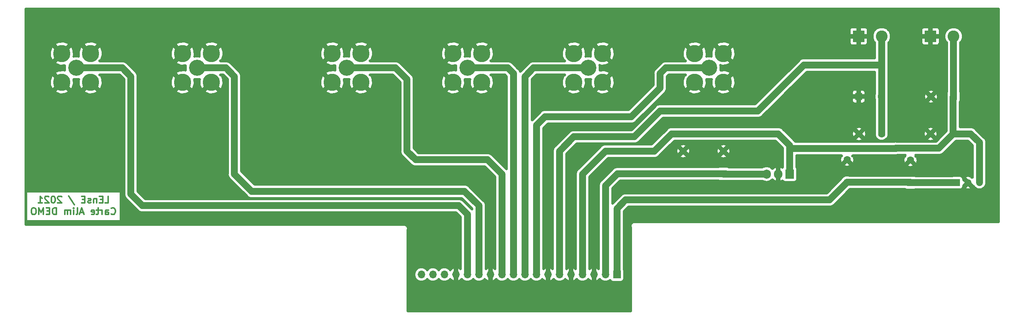
<source format=gbr>
%TF.GenerationSoftware,KiCad,Pcbnew,(5.0.1)-4*%
%TF.CreationDate,2021-03-16T16:24:39+01:00*%
%TF.ProjectId,carte_alim_signauxv2,63617274655F616C696D5F7369676E61,rev?*%
%TF.SameCoordinates,Original*%
%TF.FileFunction,Copper,L2,Bot,Signal*%
%TF.FilePolarity,Positive*%
%FSLAX46Y46*%
G04 Gerber Fmt 4.6, Leading zero omitted, Abs format (unit mm)*
G04 Created by KiCad (PCBNEW (5.0.1)-4) date 16/03/2021 16:24:39*
%MOMM*%
%LPD*%
G01*
G04 APERTURE LIST*
%TA.AperFunction,NonConductor*%
%ADD10C,0.300000*%
%TD*%
%TA.AperFunction,ComponentPad*%
%ADD11R,1.700000X1.700000*%
%TD*%
%TA.AperFunction,ComponentPad*%
%ADD12O,1.700000X1.700000*%
%TD*%
%TA.AperFunction,ComponentPad*%
%ADD13C,1.600000*%
%TD*%
%TA.AperFunction,ComponentPad*%
%ADD14R,1.600000X1.600000*%
%TD*%
%TA.AperFunction,ComponentPad*%
%ADD15C,3.810000*%
%TD*%
%TA.AperFunction,ComponentPad*%
%ADD16C,3.556000*%
%TD*%
%TA.AperFunction,ComponentPad*%
%ADD17C,2.600000*%
%TD*%
%TA.AperFunction,ComponentPad*%
%ADD18R,2.600000X2.600000*%
%TD*%
%TA.AperFunction,ComponentPad*%
%ADD19R,1.905000X2.000000*%
%TD*%
%TA.AperFunction,ComponentPad*%
%ADD20O,1.905000X2.000000*%
%TD*%
%TA.AperFunction,ComponentPad*%
%ADD21C,1.500000*%
%TD*%
%TA.AperFunction,ComponentPad*%
%ADD22R,1.500000X1.500000*%
%TD*%
%TA.AperFunction,ViaPad*%
%ADD23C,1.500000*%
%TD*%
%TA.AperFunction,Conductor*%
%ADD24C,1.500000*%
%TD*%
%TA.AperFunction,Conductor*%
%ADD25C,0.500000*%
%TD*%
G04 APERTURE END LIST*
D10*
X74909285Y-90208571D02*
X75623571Y-90208571D01*
X75623571Y-88708571D01*
X74409285Y-89422857D02*
X73909285Y-89422857D01*
X73695000Y-90208571D02*
X74409285Y-90208571D01*
X74409285Y-88708571D01*
X73695000Y-88708571D01*
X73052142Y-89208571D02*
X73052142Y-90208571D01*
X73052142Y-89351428D02*
X72980714Y-89280000D01*
X72837857Y-89208571D01*
X72623571Y-89208571D01*
X72480714Y-89280000D01*
X72409285Y-89422857D01*
X72409285Y-90208571D01*
X71766428Y-90137142D02*
X71623571Y-90208571D01*
X71337857Y-90208571D01*
X71195000Y-90137142D01*
X71123571Y-89994285D01*
X71123571Y-89922857D01*
X71195000Y-89780000D01*
X71337857Y-89708571D01*
X71552142Y-89708571D01*
X71695000Y-89637142D01*
X71766428Y-89494285D01*
X71766428Y-89422857D01*
X71695000Y-89280000D01*
X71552142Y-89208571D01*
X71337857Y-89208571D01*
X71195000Y-89280000D01*
X70480714Y-89422857D02*
X69980714Y-89422857D01*
X69766428Y-90208571D02*
X70480714Y-90208571D01*
X70480714Y-88708571D01*
X69766428Y-88708571D01*
X66909285Y-88637142D02*
X68195000Y-90565714D01*
X65337857Y-88851428D02*
X65266428Y-88780000D01*
X65123571Y-88708571D01*
X64766428Y-88708571D01*
X64623571Y-88780000D01*
X64552142Y-88851428D01*
X64480714Y-88994285D01*
X64480714Y-89137142D01*
X64552142Y-89351428D01*
X65409285Y-90208571D01*
X64480714Y-90208571D01*
X63552142Y-88708571D02*
X63409285Y-88708571D01*
X63266428Y-88780000D01*
X63195000Y-88851428D01*
X63123571Y-88994285D01*
X63052142Y-89280000D01*
X63052142Y-89637142D01*
X63123571Y-89922857D01*
X63195000Y-90065714D01*
X63266428Y-90137142D01*
X63409285Y-90208571D01*
X63552142Y-90208571D01*
X63695000Y-90137142D01*
X63766428Y-90065714D01*
X63837857Y-89922857D01*
X63909285Y-89637142D01*
X63909285Y-89280000D01*
X63837857Y-88994285D01*
X63766428Y-88851428D01*
X63695000Y-88780000D01*
X63552142Y-88708571D01*
X62480714Y-88851428D02*
X62409285Y-88780000D01*
X62266428Y-88708571D01*
X61909285Y-88708571D01*
X61766428Y-88780000D01*
X61695000Y-88851428D01*
X61623571Y-88994285D01*
X61623571Y-89137142D01*
X61695000Y-89351428D01*
X62552142Y-90208571D01*
X61623571Y-90208571D01*
X60195000Y-90208571D02*
X61052142Y-90208571D01*
X60623571Y-90208571D02*
X60623571Y-88708571D01*
X60766428Y-88922857D01*
X60909285Y-89065714D01*
X61052142Y-89137142D01*
X76302142Y-92615714D02*
X76373571Y-92687142D01*
X76587857Y-92758571D01*
X76730714Y-92758571D01*
X76945000Y-92687142D01*
X77087857Y-92544285D01*
X77159285Y-92401428D01*
X77230714Y-92115714D01*
X77230714Y-91901428D01*
X77159285Y-91615714D01*
X77087857Y-91472857D01*
X76945000Y-91330000D01*
X76730714Y-91258571D01*
X76587857Y-91258571D01*
X76373571Y-91330000D01*
X76302142Y-91401428D01*
X75016428Y-92758571D02*
X75016428Y-91972857D01*
X75087857Y-91830000D01*
X75230714Y-91758571D01*
X75516428Y-91758571D01*
X75659285Y-91830000D01*
X75016428Y-92687142D02*
X75159285Y-92758571D01*
X75516428Y-92758571D01*
X75659285Y-92687142D01*
X75730714Y-92544285D01*
X75730714Y-92401428D01*
X75659285Y-92258571D01*
X75516428Y-92187142D01*
X75159285Y-92187142D01*
X75016428Y-92115714D01*
X74302142Y-92758571D02*
X74302142Y-91758571D01*
X74302142Y-92044285D02*
X74230714Y-91901428D01*
X74159285Y-91830000D01*
X74016428Y-91758571D01*
X73873571Y-91758571D01*
X73587857Y-91758571D02*
X73016428Y-91758571D01*
X73373571Y-91258571D02*
X73373571Y-92544285D01*
X73302142Y-92687142D01*
X73159285Y-92758571D01*
X73016428Y-92758571D01*
X71945000Y-92687142D02*
X72087857Y-92758571D01*
X72373571Y-92758571D01*
X72516428Y-92687142D01*
X72587857Y-92544285D01*
X72587857Y-91972857D01*
X72516428Y-91830000D01*
X72373571Y-91758571D01*
X72087857Y-91758571D01*
X71945000Y-91830000D01*
X71873571Y-91972857D01*
X71873571Y-92115714D01*
X72587857Y-92258571D01*
X70159285Y-92330000D02*
X69445000Y-92330000D01*
X70302142Y-92758571D02*
X69802142Y-91258571D01*
X69302142Y-92758571D01*
X68587857Y-92758571D02*
X68730714Y-92687142D01*
X68802142Y-92544285D01*
X68802142Y-91258571D01*
X68016428Y-92758571D02*
X68016428Y-91758571D01*
X68016428Y-91258571D02*
X68087857Y-91330000D01*
X68016428Y-91401428D01*
X67945000Y-91330000D01*
X68016428Y-91258571D01*
X68016428Y-91401428D01*
X67302142Y-92758571D02*
X67302142Y-91758571D01*
X67302142Y-91901428D02*
X67230714Y-91830000D01*
X67087857Y-91758571D01*
X66873571Y-91758571D01*
X66730714Y-91830000D01*
X66659285Y-91972857D01*
X66659285Y-92758571D01*
X66659285Y-91972857D02*
X66587857Y-91830000D01*
X66445000Y-91758571D01*
X66230714Y-91758571D01*
X66087857Y-91830000D01*
X66016428Y-91972857D01*
X66016428Y-92758571D01*
X64159285Y-92758571D02*
X64159285Y-91258571D01*
X63802142Y-91258571D01*
X63587857Y-91330000D01*
X63445000Y-91472857D01*
X63373571Y-91615714D01*
X63302142Y-91901428D01*
X63302142Y-92115714D01*
X63373571Y-92401428D01*
X63445000Y-92544285D01*
X63587857Y-92687142D01*
X63802142Y-92758571D01*
X64159285Y-92758571D01*
X62659285Y-91972857D02*
X62159285Y-91972857D01*
X61945000Y-92758571D02*
X62659285Y-92758571D01*
X62659285Y-91258571D01*
X61945000Y-91258571D01*
X61302142Y-92758571D02*
X61302142Y-91258571D01*
X60802142Y-92330000D01*
X60302142Y-91258571D01*
X60302142Y-92758571D01*
X59302142Y-91258571D02*
X59016428Y-91258571D01*
X58873571Y-91330000D01*
X58730714Y-91472857D01*
X58659285Y-91758571D01*
X58659285Y-92258571D01*
X58730714Y-92544285D01*
X58873571Y-92687142D01*
X59016428Y-92758571D01*
X59302142Y-92758571D01*
X59445000Y-92687142D01*
X59587857Y-92544285D01*
X59659285Y-92258571D01*
X59659285Y-91758571D01*
X59587857Y-91472857D01*
X59445000Y-91330000D01*
X59302142Y-91258571D01*
D11*
%TO.P,J9,1*%
%TO.N,3.3V*%
X187960000Y-106045000D03*
D12*
%TO.P,J9,2*%
%TO.N,5V*%
X185420000Y-106045000D03*
%TO.P,J9,3*%
%TO.N,GND*%
X182880000Y-106045000D03*
%TO.P,J9,4*%
%TO.N,+15V*%
X180340000Y-106045000D03*
%TO.P,J9,5*%
%TO.N,GND*%
X177800000Y-106045000D03*
%TO.P,J9,6*%
%TO.N,-15V*%
X175260000Y-106045000D03*
%TO.P,J9,7*%
%TO.N,GND*%
X172720000Y-106045000D03*
%TO.P,J9,8*%
%TO.N,OUT4*%
X170180000Y-106045000D03*
%TO.P,J9,9*%
%TO.N,OUT3*%
X167640000Y-106045000D03*
%TO.P,J9,10*%
%TO.N,OUT2*%
X165100000Y-106045000D03*
%TO.P,J9,11*%
%TO.N,OUT1*%
X162560000Y-106045000D03*
%TO.P,J9,12*%
%TO.N,GND*%
X160020000Y-106045000D03*
%TO.P,J9,13*%
%TO.N,IN2*%
X157480000Y-106045000D03*
%TO.P,J9,14*%
%TO.N,IN1*%
X154940000Y-106045000D03*
%TO.P,J9,15*%
%TO.N,GND*%
X152400000Y-106045000D03*
%TO.P,J9,16*%
%TO.N,SEL1*%
X149860000Y-106045000D03*
%TO.P,J9,17*%
%TO.N,SEL2*%
X147320000Y-106045000D03*
%TO.P,J9,18*%
%TO.N,SEL3*%
X144780000Y-106045000D03*
%TD*%
D13*
%TO.P,C1,1*%
%TO.N,+15V*%
X262175000Y-74930000D03*
%TO.P,C1,2*%
%TO.N,GND*%
X257175000Y-74930000D03*
%TD*%
%TO.P,C2,2*%
%TO.N,-15V*%
X246380000Y-74930000D03*
%TO.P,C2,1*%
%TO.N,GND*%
X241380000Y-74930000D03*
%TD*%
%TO.P,C3,2*%
%TO.N,GND*%
X257255000Y-66675000D03*
D14*
%TO.P,C3,1*%
%TO.N,+15V*%
X262255000Y-66675000D03*
%TD*%
D13*
%TO.P,C4,2*%
%TO.N,-15V*%
X246300000Y-66675000D03*
D14*
%TO.P,C4,1*%
%TO.N,GND*%
X241300000Y-66675000D03*
%TD*%
%TO.P,C5,1*%
%TO.N,5V*%
X211455000Y-83740000D03*
D13*
%TO.P,C5,2*%
%TO.N,GND*%
X211455000Y-78740000D03*
%TD*%
D14*
%TO.P,C6,1*%
%TO.N,3.3V*%
X252730000Y-85725000D03*
D13*
%TO.P,C6,2*%
%TO.N,GND*%
X252730000Y-80725000D03*
%TD*%
%TO.P,C7,2*%
%TO.N,GND*%
X202565000Y-78740000D03*
%TO.P,C7,1*%
%TO.N,5V*%
X202565000Y-83740000D03*
%TD*%
%TO.P,C8,1*%
%TO.N,3.3V*%
X238760000Y-85645000D03*
%TO.P,C8,2*%
%TO.N,GND*%
X238760000Y-80645000D03*
%TD*%
D15*
%TO.P,J1,2*%
%TO.N,GND*%
X71755000Y-63500000D03*
X65405000Y-63500000D03*
X71755000Y-57150000D03*
D16*
%TO.P,J1,1*%
%TO.N,IN1*%
X68580000Y-60325000D03*
D15*
%TO.P,J1,2*%
%TO.N,GND*%
X65405000Y-57150000D03*
%TD*%
%TO.P,J2,2*%
%TO.N,GND*%
X92075000Y-57150000D03*
D16*
%TO.P,J2,1*%
%TO.N,IN2*%
X95250000Y-60325000D03*
D15*
%TO.P,J2,2*%
%TO.N,GND*%
X98425000Y-57150000D03*
X92075000Y-63500000D03*
X98425000Y-63500000D03*
%TD*%
%TO.P,J3,2*%
%TO.N,GND*%
X131445000Y-63500000D03*
X125095000Y-63500000D03*
X131445000Y-57150000D03*
D16*
%TO.P,J3,1*%
%TO.N,OUT1*%
X128270000Y-60325000D03*
D15*
%TO.P,J3,2*%
%TO.N,GND*%
X125095000Y-57150000D03*
%TD*%
%TO.P,J4,2*%
%TO.N,GND*%
X151765000Y-57150000D03*
D16*
%TO.P,J4,1*%
%TO.N,OUT2*%
X154940000Y-60325000D03*
D15*
%TO.P,J4,2*%
%TO.N,GND*%
X158115000Y-57150000D03*
X151765000Y-63500000D03*
X158115000Y-63500000D03*
%TD*%
%TO.P,J5,2*%
%TO.N,GND*%
X184785000Y-63500000D03*
X178435000Y-63500000D03*
X184785000Y-57150000D03*
D16*
%TO.P,J5,1*%
%TO.N,OUT3*%
X181610000Y-60325000D03*
D15*
%TO.P,J5,2*%
%TO.N,GND*%
X178435000Y-57150000D03*
%TD*%
%TO.P,J6,2*%
%TO.N,GND*%
X205105000Y-57150000D03*
D16*
%TO.P,J6,1*%
%TO.N,OUT4*%
X208280000Y-60325000D03*
D15*
%TO.P,J6,2*%
%TO.N,GND*%
X211455000Y-57150000D03*
X205105000Y-63500000D03*
X211455000Y-63500000D03*
%TD*%
D17*
%TO.P,J7,2*%
%TO.N,+15V*%
X262255000Y-53340000D03*
D18*
%TO.P,J7,1*%
%TO.N,GND*%
X257175000Y-53340000D03*
%TD*%
%TO.P,J8,1*%
%TO.N,GND*%
X241300000Y-53340000D03*
D17*
%TO.P,J8,2*%
%TO.N,-15V*%
X246380000Y-53340000D03*
%TD*%
D19*
%TO.P,U1,1*%
%TO.N,+15V*%
X226060000Y-83820000D03*
D20*
%TO.P,U1,2*%
%TO.N,GND*%
X223520000Y-83820000D03*
%TO.P,U1,3*%
%TO.N,5V*%
X220980000Y-83820000D03*
%TD*%
D21*
%TO.P,U2,2*%
%TO.N,GND*%
X265430000Y-85725000D03*
%TO.P,U2,3*%
%TO.N,+15V*%
X267970000Y-85725000D03*
D22*
%TO.P,U2,1*%
%TO.N,3.3V*%
X262890000Y-85725000D03*
%TD*%
D23*
%TO.N,+15V*%
X180340000Y-101600000D03*
%TO.N,5V*%
X185420000Y-101600000D03*
%TO.N,3.3V*%
X187960000Y-101600000D03*
%TO.N,IN1*%
X154940000Y-101600000D03*
%TO.N,IN2*%
X157480000Y-101600000D03*
%TO.N,OUT1*%
X162560000Y-101600000D03*
%TO.N,OUT2*%
X165100000Y-101600000D03*
%TO.N,OUT3*%
X167640000Y-101600000D03*
%TO.N,OUT4*%
X170180000Y-101600000D03*
%TO.N,-15V*%
X175260000Y-101600000D03*
%TD*%
D24*
%TO.N,+15V*%
X262175000Y-66755000D02*
X262255000Y-66675000D01*
X262175000Y-74930000D02*
X262175000Y-66755000D01*
X262255000Y-53340000D02*
X262255000Y-66675000D01*
X226060000Y-83820000D02*
X226060000Y-81320000D01*
X262175000Y-74930000D02*
X266065000Y-74930000D01*
X267970000Y-76835000D02*
X267970000Y-85725000D01*
X266065000Y-74930000D02*
X267970000Y-76835000D01*
X259000000Y-78105000D02*
X262175000Y-74930000D01*
X249555000Y-78105000D02*
X259000000Y-78105000D01*
X249515000Y-78145000D02*
X249555000Y-78105000D01*
X226100000Y-78145000D02*
X249515000Y-78145000D01*
X226060000Y-81320000D02*
X226060000Y-78105000D01*
X226060000Y-78105000D02*
X226100000Y-78145000D01*
X180340000Y-83820000D02*
X185420000Y-78740000D01*
X185420000Y-78740000D02*
X196215000Y-78740000D01*
X196215000Y-78740000D02*
X200025000Y-74930000D01*
X200025000Y-74930000D02*
X223520000Y-74930000D01*
X226060000Y-77470000D02*
X226060000Y-81320000D01*
X223520000Y-74930000D02*
X226060000Y-77470000D01*
X180340000Y-106045000D02*
X180340000Y-101600000D01*
X180340000Y-101600000D02*
X180340000Y-83820000D01*
%TO.N,5V*%
X202565000Y-83740000D02*
X211455000Y-83740000D01*
X211535000Y-83820000D02*
X211455000Y-83740000D01*
X220980000Y-83820000D02*
X211535000Y-83820000D01*
X188040000Y-83740000D02*
X202565000Y-83740000D01*
X185420000Y-86360000D02*
X188040000Y-83740000D01*
X185420000Y-106045000D02*
X185420000Y-101600000D01*
X185420000Y-101600000D02*
X185420000Y-86360000D01*
%TO.N,3.3V*%
X252650000Y-85645000D02*
X252730000Y-85725000D01*
X238760000Y-85645000D02*
X252650000Y-85645000D01*
X252730000Y-85725000D02*
X262890000Y-85725000D01*
X187960000Y-91440000D02*
X189865000Y-89535000D01*
X234870000Y-89535000D02*
X238760000Y-85645000D01*
X189865000Y-89535000D02*
X234870000Y-89535000D01*
X187960000Y-106045000D02*
X187960000Y-101600000D01*
X187960000Y-101600000D02*
X187960000Y-91440000D01*
%TO.N,IN1*%
X68580000Y-60325000D02*
X78740000Y-60325000D01*
X78740000Y-60325000D02*
X80645000Y-62230000D01*
X80645000Y-62230000D02*
X80645000Y-88265000D01*
X80645000Y-88265000D02*
X83185000Y-90805000D01*
X83185000Y-90805000D02*
X153035000Y-90805000D01*
X153035000Y-90805000D02*
X154940000Y-92710000D01*
X154940000Y-92710000D02*
X154940000Y-101600000D01*
X154940000Y-101600000D02*
X154940000Y-106045000D01*
%TO.N,IN2*%
X95250000Y-60325000D02*
X101600000Y-60325000D01*
X101600000Y-60325000D02*
X103505000Y-62230000D01*
X103505000Y-62230000D02*
X103505000Y-83820000D01*
X103505000Y-83820000D02*
X107315000Y-87630000D01*
X107315000Y-87630000D02*
X154305000Y-87630000D01*
X154305000Y-87630000D02*
X157480000Y-90805000D01*
X157480000Y-90805000D02*
X157480000Y-101600000D01*
X157480000Y-101600000D02*
X157480000Y-106045000D01*
%TO.N,OUT1*%
X128270000Y-60325000D02*
X139065000Y-60325000D01*
X139065000Y-60325000D02*
X141605000Y-62865000D01*
X141605000Y-62865000D02*
X141605000Y-78740000D01*
X141605000Y-78740000D02*
X143510000Y-80645000D01*
X143510000Y-80645000D02*
X159385000Y-80645000D01*
X159385000Y-80645000D02*
X162560000Y-83820000D01*
X162560000Y-83820000D02*
X162560000Y-101600000D01*
X162560000Y-101600000D02*
X162560000Y-106045000D01*
%TO.N,OUT2*%
X163830000Y-60325000D02*
X154940000Y-60325000D01*
X165100000Y-61595000D02*
X163830000Y-60325000D01*
X165100000Y-106045000D02*
X165100000Y-101600000D01*
X165100000Y-101600000D02*
X165100000Y-61595000D01*
%TO.N,OUT3*%
X169545000Y-60325000D02*
X181610000Y-60325000D01*
X167640000Y-62230000D02*
X169545000Y-60325000D01*
X167640000Y-106045000D02*
X167640000Y-101600000D01*
X167640000Y-101600000D02*
X167640000Y-62230000D01*
%TO.N,OUT4*%
X198755000Y-60325000D02*
X208280000Y-60325000D01*
X170180000Y-73025000D02*
X172085000Y-71120000D01*
X172085000Y-71120000D02*
X191135000Y-71120000D01*
X191135000Y-71120000D02*
X197485000Y-64770000D01*
X197485000Y-64770000D02*
X197485000Y-61595000D01*
X197485000Y-61595000D02*
X198755000Y-60325000D01*
X170180000Y-106045000D02*
X170180000Y-101600000D01*
X170180000Y-101600000D02*
X170180000Y-73025000D01*
%TO.N,-15V*%
X246380000Y-66595000D02*
X246300000Y-66675000D01*
X246380000Y-66755000D02*
X246300000Y-66675000D01*
X246380000Y-74930000D02*
X246380000Y-66755000D01*
X246380000Y-53340000D02*
X246380000Y-59690000D01*
X246380000Y-59690000D02*
X246380000Y-66595000D01*
X229235000Y-59690000D02*
X246380000Y-59690000D01*
X175260000Y-78740000D02*
X178435000Y-75565000D01*
X178435000Y-75565000D02*
X191770000Y-75565000D01*
X191770000Y-75565000D02*
X197485000Y-69850000D01*
X197485000Y-69850000D02*
X219075000Y-69850000D01*
X219075000Y-69850000D02*
X229235000Y-59690000D01*
X175260000Y-106045000D02*
X175260000Y-101600000D01*
X175260000Y-101600000D02*
X175260000Y-78740000D01*
%TD*%
D25*
%TO.N,GND*%
G36*
X272192001Y-94392000D02*
X191685496Y-94392000D01*
X191435225Y-94441782D01*
X191151417Y-94631417D01*
X190961782Y-94915225D01*
X190895191Y-95250000D01*
X190961782Y-95584775D01*
X190987000Y-95622516D01*
X190987001Y-114152000D01*
X141753000Y-114152000D01*
X141753000Y-106045000D01*
X143140498Y-106045000D01*
X143265298Y-106672410D01*
X143620697Y-107204303D01*
X144152590Y-107559702D01*
X144621629Y-107653000D01*
X144938371Y-107653000D01*
X145407410Y-107559702D01*
X145939303Y-107204303D01*
X146050000Y-107038633D01*
X146160697Y-107204303D01*
X146692590Y-107559702D01*
X147161629Y-107653000D01*
X147478371Y-107653000D01*
X147947410Y-107559702D01*
X148479303Y-107204303D01*
X148590000Y-107038633D01*
X148700697Y-107204303D01*
X149232590Y-107559702D01*
X149701629Y-107653000D01*
X150018371Y-107653000D01*
X150487410Y-107559702D01*
X151019303Y-107204303D01*
X151140118Y-107023491D01*
X151176235Y-107088131D01*
X151668578Y-107477042D01*
X151904590Y-107574782D01*
X152150000Y-107441296D01*
X152150000Y-106295000D01*
X152130000Y-106295000D01*
X152130000Y-105795000D01*
X152150000Y-105795000D01*
X152150000Y-104648704D01*
X151904590Y-104515218D01*
X151668578Y-104612958D01*
X151176235Y-105001869D01*
X151140118Y-105066509D01*
X151019303Y-104885697D01*
X150487410Y-104530298D01*
X150018371Y-104437000D01*
X149701629Y-104437000D01*
X149232590Y-104530298D01*
X148700697Y-104885697D01*
X148590000Y-105051367D01*
X148479303Y-104885697D01*
X147947410Y-104530298D01*
X147478371Y-104437000D01*
X147161629Y-104437000D01*
X146692590Y-104530298D01*
X146160697Y-104885697D01*
X146050000Y-105051367D01*
X145939303Y-104885697D01*
X145407410Y-104530298D01*
X144938371Y-104437000D01*
X144621629Y-104437000D01*
X144152590Y-104530298D01*
X143620697Y-104885697D01*
X143265298Y-105417590D01*
X143140498Y-106045000D01*
X141753000Y-106045000D01*
X141753000Y-96257516D01*
X141778218Y-96219775D01*
X141844809Y-95885000D01*
X141778218Y-95550225D01*
X141588583Y-95266417D01*
X141304775Y-95076782D01*
X141054504Y-95027000D01*
X57373000Y-95027000D01*
X57373000Y-87617000D01*
X57465572Y-87617000D01*
X57465572Y-94233000D01*
X78424429Y-94233000D01*
X78424429Y-87617000D01*
X57465572Y-87617000D01*
X57373000Y-87617000D01*
X57373000Y-65453926D01*
X63804628Y-65453926D01*
X64018096Y-65834234D01*
X65016941Y-66187296D01*
X66074863Y-66131242D01*
X66791904Y-65834234D01*
X67005372Y-65453926D01*
X70154628Y-65453926D01*
X70368096Y-65834234D01*
X71366941Y-66187296D01*
X72424863Y-66131242D01*
X73141904Y-65834234D01*
X73355372Y-65453926D01*
X71755000Y-63853553D01*
X70154628Y-65453926D01*
X67005372Y-65453926D01*
X65405000Y-63853553D01*
X63804628Y-65453926D01*
X57373000Y-65453926D01*
X57373000Y-63111941D01*
X62717704Y-63111941D01*
X62773758Y-64169863D01*
X63070766Y-64886904D01*
X63451074Y-65100372D01*
X65051447Y-63500000D01*
X63451074Y-61899628D01*
X63070766Y-62113096D01*
X62717704Y-63111941D01*
X57373000Y-63111941D01*
X57373000Y-59103926D01*
X63804628Y-59103926D01*
X64018096Y-59484234D01*
X65016941Y-59837296D01*
X66059958Y-59782032D01*
X66044000Y-59820558D01*
X66044000Y-60829442D01*
X66078920Y-60913748D01*
X65793059Y-60812704D01*
X64735137Y-60868758D01*
X64018096Y-61165766D01*
X63804628Y-61546074D01*
X65405000Y-63146447D01*
X65419142Y-63132304D01*
X65772696Y-63485858D01*
X65758553Y-63500000D01*
X67358926Y-65100372D01*
X67739234Y-64886904D01*
X68092296Y-63888059D01*
X68037032Y-62845042D01*
X68075558Y-62861000D01*
X69084442Y-62861000D01*
X69168748Y-62826080D01*
X69067704Y-63111941D01*
X69123758Y-64169863D01*
X69420766Y-64886904D01*
X69801074Y-65100372D01*
X71401447Y-63500000D01*
X71387304Y-63485858D01*
X71740858Y-63132304D01*
X71755000Y-63146447D01*
X71769142Y-63132304D01*
X72122696Y-63485858D01*
X72108553Y-63500000D01*
X73708926Y-65100372D01*
X74089234Y-64886904D01*
X74442296Y-63888059D01*
X74386242Y-62830137D01*
X74089234Y-62113096D01*
X73708928Y-61899629D01*
X73775557Y-61833000D01*
X78115367Y-61833000D01*
X79137000Y-62854634D01*
X79137001Y-88116477D01*
X79107458Y-88265000D01*
X79137001Y-88413523D01*
X79224496Y-88853392D01*
X79557794Y-89352207D01*
X79683705Y-89436338D01*
X82013661Y-91766295D01*
X82097793Y-91892207D01*
X82223704Y-91976338D01*
X82596606Y-92225504D01*
X82596607Y-92225504D01*
X82596608Y-92225505D01*
X83036477Y-92313000D01*
X83036481Y-92313000D01*
X83184999Y-92342542D01*
X83333517Y-92313000D01*
X152410367Y-92313000D01*
X153432000Y-93334634D01*
X153432001Y-101300038D01*
X153432000Y-101300040D01*
X153432000Y-101451478D01*
X153432001Y-104850391D01*
X153131422Y-104612958D01*
X152895410Y-104515218D01*
X152650000Y-104648704D01*
X152650000Y-105795000D01*
X152670000Y-105795000D01*
X152670000Y-106295000D01*
X152650000Y-106295000D01*
X152650000Y-107441296D01*
X152895410Y-107574782D01*
X153131422Y-107477042D01*
X153623765Y-107088131D01*
X153659882Y-107023491D01*
X153780697Y-107204303D01*
X154312590Y-107559702D01*
X154781629Y-107653000D01*
X155098371Y-107653000D01*
X155567410Y-107559702D01*
X156099303Y-107204303D01*
X156210000Y-107038633D01*
X156320697Y-107204303D01*
X156852590Y-107559702D01*
X157321629Y-107653000D01*
X157638371Y-107653000D01*
X158107410Y-107559702D01*
X158639303Y-107204303D01*
X158760118Y-107023491D01*
X158796235Y-107088131D01*
X159288578Y-107477042D01*
X159524590Y-107574782D01*
X159770000Y-107441296D01*
X159770000Y-106295000D01*
X159750000Y-106295000D01*
X159750000Y-105795000D01*
X159770000Y-105795000D01*
X159770000Y-104648704D01*
X159524590Y-104515218D01*
X159288578Y-104612958D01*
X158988000Y-104850390D01*
X158988000Y-90953517D01*
X159017542Y-90804999D01*
X158988000Y-90656481D01*
X158988000Y-90656477D01*
X158900505Y-90216608D01*
X158567207Y-89717793D01*
X158441296Y-89633662D01*
X155476340Y-86668707D01*
X155392207Y-86542793D01*
X154893392Y-86209495D01*
X154453523Y-86122000D01*
X154453518Y-86122000D01*
X154305000Y-86092458D01*
X154156482Y-86122000D01*
X107939634Y-86122000D01*
X105013000Y-83195367D01*
X105013000Y-65453926D01*
X123494628Y-65453926D01*
X123708096Y-65834234D01*
X124706941Y-66187296D01*
X125764863Y-66131242D01*
X126481904Y-65834234D01*
X126695372Y-65453926D01*
X129844628Y-65453926D01*
X130058096Y-65834234D01*
X131056941Y-66187296D01*
X132114863Y-66131242D01*
X132831904Y-65834234D01*
X133045372Y-65453926D01*
X131445000Y-63853553D01*
X129844628Y-65453926D01*
X126695372Y-65453926D01*
X125095000Y-63853553D01*
X123494628Y-65453926D01*
X105013000Y-65453926D01*
X105013000Y-63111941D01*
X122407704Y-63111941D01*
X122463758Y-64169863D01*
X122760766Y-64886904D01*
X123141074Y-65100372D01*
X124741447Y-63500000D01*
X123141074Y-61899628D01*
X122760766Y-62113096D01*
X122407704Y-63111941D01*
X105013000Y-63111941D01*
X105013000Y-62378522D01*
X105042543Y-62230000D01*
X105013000Y-62081477D01*
X104925505Y-61641608D01*
X104592207Y-61142793D01*
X104466296Y-61058662D01*
X102771340Y-59363707D01*
X102687207Y-59237793D01*
X102486862Y-59103926D01*
X123494628Y-59103926D01*
X123708096Y-59484234D01*
X124706941Y-59837296D01*
X125749958Y-59782032D01*
X125734000Y-59820558D01*
X125734000Y-60829442D01*
X125768920Y-60913748D01*
X125483059Y-60812704D01*
X124425137Y-60868758D01*
X123708096Y-61165766D01*
X123494628Y-61546074D01*
X125095000Y-63146447D01*
X125109142Y-63132304D01*
X125462696Y-63485858D01*
X125448553Y-63500000D01*
X127048926Y-65100372D01*
X127429234Y-64886904D01*
X127782296Y-63888059D01*
X127727032Y-62845042D01*
X127765558Y-62861000D01*
X128774442Y-62861000D01*
X128858748Y-62826080D01*
X128757704Y-63111941D01*
X128813758Y-64169863D01*
X129110766Y-64886904D01*
X129491074Y-65100372D01*
X131091447Y-63500000D01*
X131077304Y-63485858D01*
X131430858Y-63132304D01*
X131445000Y-63146447D01*
X131459142Y-63132304D01*
X131812696Y-63485858D01*
X131798553Y-63500000D01*
X133398926Y-65100372D01*
X133779234Y-64886904D01*
X134132296Y-63888059D01*
X134076242Y-62830137D01*
X133779234Y-62113096D01*
X133398928Y-61899629D01*
X133465557Y-61833000D01*
X138440367Y-61833000D01*
X140097000Y-63489634D01*
X140097001Y-78591477D01*
X140067458Y-78740000D01*
X140184496Y-79328392D01*
X140394405Y-79642542D01*
X140517794Y-79827207D01*
X140643705Y-79911338D01*
X142338661Y-81606295D01*
X142422793Y-81732207D01*
X142921608Y-82065505D01*
X143361477Y-82153000D01*
X143361478Y-82153000D01*
X143510000Y-82182543D01*
X143658522Y-82153000D01*
X158760367Y-82153000D01*
X161052000Y-84444634D01*
X161052001Y-101300038D01*
X161052000Y-101300040D01*
X161052000Y-101451478D01*
X161052001Y-104850391D01*
X160751422Y-104612958D01*
X160515410Y-104515218D01*
X160270000Y-104648704D01*
X160270000Y-105795000D01*
X160290000Y-105795000D01*
X160290000Y-106295000D01*
X160270000Y-106295000D01*
X160270000Y-107441296D01*
X160515410Y-107574782D01*
X160751422Y-107477042D01*
X161243765Y-107088131D01*
X161279882Y-107023491D01*
X161400697Y-107204303D01*
X161932590Y-107559702D01*
X162401629Y-107653000D01*
X162718371Y-107653000D01*
X163187410Y-107559702D01*
X163719303Y-107204303D01*
X163830000Y-107038633D01*
X163940697Y-107204303D01*
X164472590Y-107559702D01*
X164941629Y-107653000D01*
X165258371Y-107653000D01*
X165727410Y-107559702D01*
X166259303Y-107204303D01*
X166370000Y-107038633D01*
X166480697Y-107204303D01*
X167012590Y-107559702D01*
X167481629Y-107653000D01*
X167798371Y-107653000D01*
X168267410Y-107559702D01*
X168799303Y-107204303D01*
X168910000Y-107038633D01*
X169020697Y-107204303D01*
X169552590Y-107559702D01*
X170021629Y-107653000D01*
X170338371Y-107653000D01*
X170807410Y-107559702D01*
X171339303Y-107204303D01*
X171460118Y-107023491D01*
X171496235Y-107088131D01*
X171988578Y-107477042D01*
X172224590Y-107574782D01*
X172470000Y-107441296D01*
X172470000Y-106295000D01*
X172450000Y-106295000D01*
X172450000Y-105795000D01*
X172470000Y-105795000D01*
X172470000Y-104648704D01*
X172970000Y-104648704D01*
X172970000Y-105795000D01*
X172990000Y-105795000D01*
X172990000Y-106295000D01*
X172970000Y-106295000D01*
X172970000Y-107441296D01*
X173215410Y-107574782D01*
X173451422Y-107477042D01*
X173943765Y-107088131D01*
X173979882Y-107023491D01*
X174100697Y-107204303D01*
X174632590Y-107559702D01*
X175101629Y-107653000D01*
X175418371Y-107653000D01*
X175887410Y-107559702D01*
X176419303Y-107204303D01*
X176540118Y-107023491D01*
X176576235Y-107088131D01*
X177068578Y-107477042D01*
X177304590Y-107574782D01*
X177550000Y-107441296D01*
X177550000Y-106295000D01*
X177530000Y-106295000D01*
X177530000Y-105795000D01*
X177550000Y-105795000D01*
X177550000Y-104648704D01*
X178050000Y-104648704D01*
X178050000Y-105795000D01*
X178070000Y-105795000D01*
X178070000Y-106295000D01*
X178050000Y-106295000D01*
X178050000Y-107441296D01*
X178295410Y-107574782D01*
X178531422Y-107477042D01*
X179023765Y-107088131D01*
X179059882Y-107023491D01*
X179180697Y-107204303D01*
X179712590Y-107559702D01*
X180181629Y-107653000D01*
X180498371Y-107653000D01*
X180967410Y-107559702D01*
X181499303Y-107204303D01*
X181620118Y-107023491D01*
X181656235Y-107088131D01*
X182148578Y-107477042D01*
X182384590Y-107574782D01*
X182630000Y-107441296D01*
X182630000Y-106295000D01*
X182610000Y-106295000D01*
X182610000Y-105795000D01*
X182630000Y-105795000D01*
X182630000Y-104648704D01*
X183130000Y-104648704D01*
X183130000Y-105795000D01*
X183150000Y-105795000D01*
X183150000Y-106295000D01*
X183130000Y-106295000D01*
X183130000Y-107441296D01*
X183375410Y-107574782D01*
X183611422Y-107477042D01*
X184103765Y-107088131D01*
X184139882Y-107023491D01*
X184260697Y-107204303D01*
X184792590Y-107559702D01*
X185261629Y-107653000D01*
X185578371Y-107653000D01*
X186047410Y-107559702D01*
X186458822Y-107284806D01*
X186563513Y-107441487D01*
X186814243Y-107609020D01*
X187110000Y-107667850D01*
X188810000Y-107667850D01*
X189105757Y-107609020D01*
X189356487Y-107441487D01*
X189524020Y-107190757D01*
X189582850Y-106895000D01*
X189582850Y-105195000D01*
X189524020Y-104899243D01*
X189468000Y-104815403D01*
X189468000Y-92064633D01*
X190489634Y-91043000D01*
X234721482Y-91043000D01*
X234870000Y-91072542D01*
X235018518Y-91043000D01*
X235018523Y-91043000D01*
X235458392Y-90955505D01*
X235957207Y-90622207D01*
X236041340Y-90496293D01*
X239384634Y-87153000D01*
X251505505Y-87153000D01*
X251634243Y-87239020D01*
X251930000Y-87297850D01*
X253530000Y-87297850D01*
X253825757Y-87239020D01*
X253834767Y-87233000D01*
X262065344Y-87233000D01*
X262140000Y-87247850D01*
X263640000Y-87247850D01*
X263935757Y-87189020D01*
X264186487Y-87021487D01*
X264308788Y-86838451D01*
X264670102Y-86838451D01*
X264740536Y-87099292D01*
X265318936Y-87258527D01*
X265914245Y-87184296D01*
X266119464Y-87099292D01*
X266189898Y-86838451D01*
X265430000Y-86078553D01*
X264670102Y-86838451D01*
X264308788Y-86838451D01*
X264354020Y-86770757D01*
X264412850Y-86475000D01*
X264412850Y-86388597D01*
X265076447Y-85725000D01*
X264412850Y-85061403D01*
X264412850Y-84975000D01*
X264354020Y-84679243D01*
X264186487Y-84428513D01*
X263935757Y-84260980D01*
X263640000Y-84202150D01*
X262140000Y-84202150D01*
X262065344Y-84217000D01*
X253834767Y-84217000D01*
X253825757Y-84210980D01*
X253530000Y-84152150D01*
X252874688Y-84152150D01*
X252798523Y-84137000D01*
X252798518Y-84137000D01*
X252650000Y-84107458D01*
X252501482Y-84137000D01*
X239190616Y-84137000D01*
X239069905Y-84087000D01*
X238450095Y-84087000D01*
X237877464Y-84324191D01*
X237439191Y-84762464D01*
X237389191Y-84883175D01*
X234245367Y-88027000D01*
X190013522Y-88027000D01*
X189865000Y-87997457D01*
X189716478Y-88027000D01*
X189716477Y-88027000D01*
X189276608Y-88114495D01*
X188777793Y-88447793D01*
X188693661Y-88573705D01*
X186998705Y-90268662D01*
X186928000Y-90315905D01*
X186928000Y-86984633D01*
X188664634Y-85248000D01*
X202134384Y-85248000D01*
X202255095Y-85298000D01*
X202874905Y-85298000D01*
X202995616Y-85248000D01*
X210350233Y-85248000D01*
X210359243Y-85254020D01*
X210655000Y-85312850D01*
X211310312Y-85312850D01*
X211386477Y-85328000D01*
X211386481Y-85328000D01*
X211534999Y-85357542D01*
X211683517Y-85328000D01*
X220086976Y-85328000D01*
X220312596Y-85478755D01*
X220980000Y-85611510D01*
X221647403Y-85478755D01*
X222213201Y-85100701D01*
X222275483Y-85007490D01*
X222687148Y-85358337D01*
X223008370Y-85499690D01*
X223270000Y-85367814D01*
X223270000Y-84070000D01*
X223250000Y-84070000D01*
X223250000Y-83570000D01*
X223270000Y-83570000D01*
X223270000Y-82272186D01*
X223008370Y-82140310D01*
X222687148Y-82281663D01*
X222275483Y-82632510D01*
X222213201Y-82539299D01*
X221647404Y-82161245D01*
X220980000Y-82028490D01*
X220312597Y-82161245D01*
X220086976Y-82312000D01*
X212679495Y-82312000D01*
X212550757Y-82225980D01*
X212255000Y-82167150D01*
X210655000Y-82167150D01*
X210359243Y-82225980D01*
X210350233Y-82232000D01*
X202995616Y-82232000D01*
X202874905Y-82182000D01*
X202255095Y-82182000D01*
X202134384Y-82232000D01*
X188188524Y-82232000D01*
X188040000Y-82202457D01*
X187451607Y-82319495D01*
X187150676Y-82520572D01*
X186952793Y-82652793D01*
X186868661Y-82778705D01*
X184458705Y-85188662D01*
X184332794Y-85272793D01*
X184248663Y-85398704D01*
X184248662Y-85398705D01*
X183999496Y-85771608D01*
X183882458Y-86360000D01*
X183912001Y-86508523D01*
X183912000Y-101300040D01*
X183912000Y-101899960D01*
X183912001Y-101899962D01*
X183912000Y-104850390D01*
X183611422Y-104612958D01*
X183375410Y-104515218D01*
X183130000Y-104648704D01*
X182630000Y-104648704D01*
X182384590Y-104515218D01*
X182148578Y-104612958D01*
X181848000Y-104850390D01*
X181848000Y-84444633D01*
X186044634Y-80248000D01*
X196066482Y-80248000D01*
X196215000Y-80277542D01*
X196363518Y-80248000D01*
X196363523Y-80248000D01*
X196803392Y-80160505D01*
X197208061Y-79890113D01*
X201768441Y-79890113D01*
X201845179Y-80156073D01*
X202441881Y-80323745D01*
X203057325Y-80250304D01*
X203284821Y-80156073D01*
X203361559Y-79890113D01*
X210658441Y-79890113D01*
X210735179Y-80156073D01*
X211331881Y-80323745D01*
X211947325Y-80250304D01*
X212174821Y-80156073D01*
X212251559Y-79890113D01*
X211455000Y-79093553D01*
X210658441Y-79890113D01*
X203361559Y-79890113D01*
X202565000Y-79093553D01*
X201768441Y-79890113D01*
X197208061Y-79890113D01*
X197302207Y-79827207D01*
X197386340Y-79701293D01*
X198470752Y-78616881D01*
X200981255Y-78616881D01*
X201054696Y-79232325D01*
X201148927Y-79459821D01*
X201414887Y-79536559D01*
X202211447Y-78740000D01*
X202918553Y-78740000D01*
X203715113Y-79536559D01*
X203981073Y-79459821D01*
X204148745Y-78863119D01*
X204119362Y-78616881D01*
X209871255Y-78616881D01*
X209944696Y-79232325D01*
X210038927Y-79459821D01*
X210304887Y-79536559D01*
X211101447Y-78740000D01*
X211808553Y-78740000D01*
X212605113Y-79536559D01*
X212871073Y-79459821D01*
X213038745Y-78863119D01*
X212965304Y-78247675D01*
X212871073Y-78020179D01*
X212605113Y-77943441D01*
X211808553Y-78740000D01*
X211101447Y-78740000D01*
X210304887Y-77943441D01*
X210038927Y-78020179D01*
X209871255Y-78616881D01*
X204119362Y-78616881D01*
X204075304Y-78247675D01*
X203981073Y-78020179D01*
X203715113Y-77943441D01*
X202918553Y-78740000D01*
X202211447Y-78740000D01*
X201414887Y-77943441D01*
X201148927Y-78020179D01*
X200981255Y-78616881D01*
X198470752Y-78616881D01*
X199497746Y-77589887D01*
X201768441Y-77589887D01*
X202565000Y-78386447D01*
X203361559Y-77589887D01*
X210658441Y-77589887D01*
X211455000Y-78386447D01*
X212251559Y-77589887D01*
X212174821Y-77323927D01*
X211578119Y-77156255D01*
X210962675Y-77229696D01*
X210735179Y-77323927D01*
X210658441Y-77589887D01*
X203361559Y-77589887D01*
X203284821Y-77323927D01*
X202688119Y-77156255D01*
X202072675Y-77229696D01*
X201845179Y-77323927D01*
X201768441Y-77589887D01*
X199497746Y-77589887D01*
X200649634Y-76438000D01*
X222895367Y-76438000D01*
X224529079Y-78071713D01*
X224522458Y-78105000D01*
X224552000Y-78253519D01*
X224552001Y-79459821D01*
X224552000Y-81468522D01*
X224552001Y-81468526D01*
X224552001Y-82287001D01*
X224482014Y-82391743D01*
X224352852Y-82281663D01*
X224031630Y-82140310D01*
X223770000Y-82272186D01*
X223770000Y-83570000D01*
X223790000Y-83570000D01*
X223790000Y-84070000D01*
X223770000Y-84070000D01*
X223770000Y-85367814D01*
X224031630Y-85499690D01*
X224352852Y-85358337D01*
X224482014Y-85248257D01*
X224561013Y-85366487D01*
X224811743Y-85534020D01*
X225107500Y-85592850D01*
X227012500Y-85592850D01*
X227308257Y-85534020D01*
X227558987Y-85366487D01*
X227726520Y-85115757D01*
X227785350Y-84820000D01*
X227785350Y-82820000D01*
X227726520Y-82524243D01*
X227568000Y-82287002D01*
X227568000Y-81795113D01*
X237963441Y-81795113D01*
X238040179Y-82061073D01*
X238636881Y-82228745D01*
X239252325Y-82155304D01*
X239479821Y-82061073D01*
X239533476Y-81875113D01*
X251933441Y-81875113D01*
X252010179Y-82141073D01*
X252606881Y-82308745D01*
X253222325Y-82235304D01*
X253449821Y-82141073D01*
X253526559Y-81875113D01*
X252730000Y-81078553D01*
X251933441Y-81875113D01*
X239533476Y-81875113D01*
X239556559Y-81795113D01*
X238760000Y-80998553D01*
X237963441Y-81795113D01*
X227568000Y-81795113D01*
X227568000Y-79653000D01*
X237512416Y-79653000D01*
X237463430Y-79701986D01*
X237609885Y-79848441D01*
X237343927Y-79925179D01*
X237176255Y-80521881D01*
X237249696Y-81137325D01*
X237343927Y-81364821D01*
X237609887Y-81441559D01*
X238406447Y-80645000D01*
X238392304Y-80630858D01*
X238745858Y-80277304D01*
X238760000Y-80291447D01*
X238774142Y-80277304D01*
X239127696Y-80630858D01*
X239113553Y-80645000D01*
X239910113Y-81441559D01*
X240176073Y-81364821D01*
X240343745Y-80768119D01*
X240270304Y-80152675D01*
X240176073Y-79925179D01*
X239910115Y-79848441D01*
X240056570Y-79701986D01*
X240007584Y-79653000D01*
X249366482Y-79653000D01*
X249515000Y-79682542D01*
X249663518Y-79653000D01*
X249663523Y-79653000D01*
X249864617Y-79613000D01*
X251602416Y-79613000D01*
X251433430Y-79781986D01*
X251579885Y-79928441D01*
X251313927Y-80005179D01*
X251146255Y-80601881D01*
X251219696Y-81217325D01*
X251313927Y-81444821D01*
X251579887Y-81521559D01*
X252376447Y-80725000D01*
X252362304Y-80710858D01*
X252715858Y-80357304D01*
X252730000Y-80371447D01*
X252744142Y-80357304D01*
X253097696Y-80710858D01*
X253083553Y-80725000D01*
X253880113Y-81521559D01*
X254146073Y-81444821D01*
X254313745Y-80848119D01*
X254240304Y-80232675D01*
X254146073Y-80005179D01*
X253880115Y-79928441D01*
X254026570Y-79781986D01*
X253857584Y-79613000D01*
X258851482Y-79613000D01*
X259000000Y-79642542D01*
X259148518Y-79613000D01*
X259148523Y-79613000D01*
X259588392Y-79525505D01*
X260087207Y-79192207D01*
X260171340Y-79066293D01*
X262799634Y-76438000D01*
X265440367Y-76438000D01*
X266462000Y-77459634D01*
X266462001Y-84589513D01*
X266336966Y-84464478D01*
X266189897Y-84611547D01*
X266119464Y-84350708D01*
X265541064Y-84191473D01*
X264945755Y-84265704D01*
X264740536Y-84350708D01*
X264670102Y-84611549D01*
X265430000Y-85371447D01*
X265444143Y-85357305D01*
X265797696Y-85710858D01*
X265783553Y-85725000D01*
X266543451Y-86484898D01*
X266641542Y-86458411D01*
X266691580Y-86579213D01*
X266798663Y-86686296D01*
X266882794Y-86812207D01*
X267008705Y-86896338D01*
X267115787Y-87003420D01*
X267255696Y-87061372D01*
X267381609Y-87145505D01*
X267530132Y-87175048D01*
X267670040Y-87233000D01*
X267821477Y-87233000D01*
X267970000Y-87262543D01*
X268118523Y-87233000D01*
X268269960Y-87233000D01*
X268409867Y-87175048D01*
X268558392Y-87145505D01*
X268684307Y-87061371D01*
X268824213Y-87003420D01*
X268931293Y-86896340D01*
X269057207Y-86812207D01*
X269141340Y-86686293D01*
X269248420Y-86579213D01*
X269306371Y-86439307D01*
X269390505Y-86313392D01*
X269420048Y-86164867D01*
X269478000Y-86024960D01*
X269478000Y-76983522D01*
X269507543Y-76835000D01*
X269460202Y-76597000D01*
X269390505Y-76246608D01*
X269057207Y-75747793D01*
X268931296Y-75663662D01*
X267236340Y-73968707D01*
X267152207Y-73842793D01*
X266653392Y-73509495D01*
X266213523Y-73422000D01*
X266213518Y-73422000D01*
X266065000Y-73392458D01*
X265916482Y-73422000D01*
X263683000Y-73422000D01*
X263683000Y-67899495D01*
X263769020Y-67770757D01*
X263827850Y-67475000D01*
X263827850Y-65875000D01*
X263769020Y-65579243D01*
X263763000Y-65570233D01*
X263763000Y-54742452D01*
X263999688Y-54505764D01*
X264313000Y-53749362D01*
X264313000Y-52930638D01*
X263999688Y-52174236D01*
X263420764Y-51595312D01*
X262664362Y-51282000D01*
X261845638Y-51282000D01*
X261089236Y-51595312D01*
X260510312Y-52174236D01*
X260197000Y-52930638D01*
X260197000Y-53749362D01*
X260510312Y-54505764D01*
X260747000Y-54742452D01*
X260747001Y-65570232D01*
X260740980Y-65579243D01*
X260682150Y-65875000D01*
X260682150Y-66530317D01*
X260637458Y-66755000D01*
X260667001Y-66903523D01*
X260667000Y-74305366D01*
X258375367Y-76597000D01*
X249703524Y-76597000D01*
X249555000Y-76567457D01*
X249205382Y-76637000D01*
X227317063Y-76637000D01*
X227231338Y-76508704D01*
X227147207Y-76382793D01*
X227021296Y-76298662D01*
X226802747Y-76080113D01*
X240583441Y-76080113D01*
X240660179Y-76346073D01*
X241256881Y-76513745D01*
X241872325Y-76440304D01*
X242099821Y-76346073D01*
X242176559Y-76080113D01*
X241380000Y-75283553D01*
X240583441Y-76080113D01*
X226802747Y-76080113D01*
X225529515Y-74806881D01*
X239796255Y-74806881D01*
X239869696Y-75422325D01*
X239963927Y-75649821D01*
X240229887Y-75726559D01*
X241026447Y-74930000D01*
X241733553Y-74930000D01*
X242530113Y-75726559D01*
X242796073Y-75649821D01*
X242963745Y-75053119D01*
X242890304Y-74437675D01*
X242796073Y-74210179D01*
X242530113Y-74133441D01*
X241733553Y-74930000D01*
X241026447Y-74930000D01*
X240229887Y-74133441D01*
X239963927Y-74210179D01*
X239796255Y-74806881D01*
X225529515Y-74806881D01*
X224691340Y-73968707D01*
X224607207Y-73842793D01*
X224513062Y-73779887D01*
X240583441Y-73779887D01*
X241380000Y-74576447D01*
X242176559Y-73779887D01*
X242099821Y-73513927D01*
X241503119Y-73346255D01*
X240887675Y-73419696D01*
X240660179Y-73513927D01*
X240583441Y-73779887D01*
X224513062Y-73779887D01*
X224108392Y-73509495D01*
X223668523Y-73422000D01*
X223668518Y-73422000D01*
X223520000Y-73392458D01*
X223371482Y-73422000D01*
X200173522Y-73422000D01*
X200025000Y-73392457D01*
X199876478Y-73422000D01*
X199876477Y-73422000D01*
X199436608Y-73509495D01*
X198937793Y-73842793D01*
X198853661Y-73968705D01*
X195590367Y-77232000D01*
X185568518Y-77232000D01*
X185420000Y-77202458D01*
X185271482Y-77232000D01*
X185271477Y-77232000D01*
X184831608Y-77319495D01*
X184332793Y-77652793D01*
X184248661Y-77778705D01*
X179378705Y-82648662D01*
X179252794Y-82732793D01*
X179168663Y-82858704D01*
X179168662Y-82858705D01*
X178919496Y-83231608D01*
X178802458Y-83820000D01*
X178832001Y-83968522D01*
X178832000Y-101300040D01*
X178832000Y-101899960D01*
X178832001Y-101899962D01*
X178832000Y-104850390D01*
X178531422Y-104612958D01*
X178295410Y-104515218D01*
X178050000Y-104648704D01*
X177550000Y-104648704D01*
X177304590Y-104515218D01*
X177068578Y-104612958D01*
X176768000Y-104850390D01*
X176768000Y-79364633D01*
X179059634Y-77073000D01*
X191621482Y-77073000D01*
X191770000Y-77102542D01*
X191918518Y-77073000D01*
X191918523Y-77073000D01*
X192358392Y-76985505D01*
X192857207Y-76652207D01*
X192941340Y-76526293D01*
X198109634Y-71358000D01*
X218926482Y-71358000D01*
X219075000Y-71387542D01*
X219223518Y-71358000D01*
X219223523Y-71358000D01*
X219663392Y-71270505D01*
X220162207Y-70937207D01*
X220246340Y-70811293D01*
X223943133Y-67114500D01*
X239742000Y-67114500D01*
X239742000Y-67625775D01*
X239857398Y-67904372D01*
X240070627Y-68117601D01*
X240349224Y-68233000D01*
X240860500Y-68233000D01*
X241050000Y-68043500D01*
X241050000Y-66925000D01*
X241550000Y-66925000D01*
X241550000Y-68043500D01*
X241739500Y-68233000D01*
X242250776Y-68233000D01*
X242529373Y-68117601D01*
X242742602Y-67904372D01*
X242858000Y-67625775D01*
X242858000Y-67114500D01*
X242668500Y-66925000D01*
X241550000Y-66925000D01*
X241050000Y-66925000D01*
X239931500Y-66925000D01*
X239742000Y-67114500D01*
X223943133Y-67114500D01*
X225333408Y-65724225D01*
X239742000Y-65724225D01*
X239742000Y-66235500D01*
X239931500Y-66425000D01*
X241050000Y-66425000D01*
X241050000Y-65306500D01*
X241550000Y-65306500D01*
X241550000Y-66425000D01*
X242668500Y-66425000D01*
X242858000Y-66235500D01*
X242858000Y-65724225D01*
X242742602Y-65445628D01*
X242529373Y-65232399D01*
X242250776Y-65117000D01*
X241739500Y-65117000D01*
X241550000Y-65306500D01*
X241050000Y-65306500D01*
X240860500Y-65117000D01*
X240349224Y-65117000D01*
X240070627Y-65232399D01*
X239857398Y-65445628D01*
X239742000Y-65724225D01*
X225333408Y-65724225D01*
X229859634Y-61198000D01*
X244872000Y-61198000D01*
X244872001Y-66051244D01*
X244742000Y-66365095D01*
X244742000Y-66984905D01*
X244872001Y-67298756D01*
X244872000Y-74499384D01*
X244822000Y-74620095D01*
X244822000Y-75239905D01*
X245059191Y-75812536D01*
X245497464Y-76250809D01*
X246070095Y-76488000D01*
X246689905Y-76488000D01*
X247262536Y-76250809D01*
X247433232Y-76080113D01*
X256378441Y-76080113D01*
X256455179Y-76346073D01*
X257051881Y-76513745D01*
X257667325Y-76440304D01*
X257894821Y-76346073D01*
X257971559Y-76080113D01*
X257175000Y-75283553D01*
X256378441Y-76080113D01*
X247433232Y-76080113D01*
X247700809Y-75812536D01*
X247938000Y-75239905D01*
X247938000Y-74806881D01*
X255591255Y-74806881D01*
X255664696Y-75422325D01*
X255758927Y-75649821D01*
X256024887Y-75726559D01*
X256821447Y-74930000D01*
X257528553Y-74930000D01*
X258325113Y-75726559D01*
X258591073Y-75649821D01*
X258758745Y-75053119D01*
X258685304Y-74437675D01*
X258591073Y-74210179D01*
X258325113Y-74133441D01*
X257528553Y-74930000D01*
X256821447Y-74930000D01*
X256024887Y-74133441D01*
X255758927Y-74210179D01*
X255591255Y-74806881D01*
X247938000Y-74806881D01*
X247938000Y-74620095D01*
X247888000Y-74499384D01*
X247888000Y-73779887D01*
X256378441Y-73779887D01*
X257175000Y-74576447D01*
X257971559Y-73779887D01*
X257894821Y-73513927D01*
X257298119Y-73346255D01*
X256682675Y-73419696D01*
X256455179Y-73513927D01*
X256378441Y-73779887D01*
X247888000Y-73779887D01*
X247888000Y-67825113D01*
X256458441Y-67825113D01*
X256535179Y-68091073D01*
X257131881Y-68258745D01*
X257747325Y-68185304D01*
X257974821Y-68091073D01*
X258051559Y-67825113D01*
X257255000Y-67028553D01*
X256458441Y-67825113D01*
X247888000Y-67825113D01*
X247888000Y-66903517D01*
X247917542Y-66754999D01*
X247901629Y-66675000D01*
X247917542Y-66595001D01*
X247908965Y-66551881D01*
X255671255Y-66551881D01*
X255744696Y-67167325D01*
X255838927Y-67394821D01*
X256104887Y-67471559D01*
X256901447Y-66675000D01*
X257608553Y-66675000D01*
X258405113Y-67471559D01*
X258671073Y-67394821D01*
X258838745Y-66798119D01*
X258765304Y-66182675D01*
X258671073Y-65955179D01*
X258405113Y-65878441D01*
X257608553Y-66675000D01*
X256901447Y-66675000D01*
X256104887Y-65878441D01*
X255838927Y-65955179D01*
X255671255Y-66551881D01*
X247908965Y-66551881D01*
X247888000Y-66446483D01*
X247888000Y-65524887D01*
X256458441Y-65524887D01*
X257255000Y-66321447D01*
X258051559Y-65524887D01*
X257974821Y-65258927D01*
X257378119Y-65091255D01*
X256762675Y-65164696D01*
X256535179Y-65258927D01*
X256458441Y-65524887D01*
X247888000Y-65524887D01*
X247888000Y-59838523D01*
X247917543Y-59690000D01*
X247888000Y-59541477D01*
X247888000Y-54742452D01*
X248124688Y-54505764D01*
X248425516Y-53779500D01*
X255117000Y-53779500D01*
X255117000Y-54790775D01*
X255232398Y-55069372D01*
X255445627Y-55282601D01*
X255724224Y-55398000D01*
X256735500Y-55398000D01*
X256925000Y-55208500D01*
X256925000Y-53590000D01*
X257425000Y-53590000D01*
X257425000Y-55208500D01*
X257614500Y-55398000D01*
X258625776Y-55398000D01*
X258904373Y-55282601D01*
X259117602Y-55069372D01*
X259233000Y-54790775D01*
X259233000Y-53779500D01*
X259043500Y-53590000D01*
X257425000Y-53590000D01*
X256925000Y-53590000D01*
X255306500Y-53590000D01*
X255117000Y-53779500D01*
X248425516Y-53779500D01*
X248438000Y-53749362D01*
X248438000Y-52930638D01*
X248124688Y-52174236D01*
X247839677Y-51889225D01*
X255117000Y-51889225D01*
X255117000Y-52900500D01*
X255306500Y-53090000D01*
X256925000Y-53090000D01*
X256925000Y-51471500D01*
X257425000Y-51471500D01*
X257425000Y-53090000D01*
X259043500Y-53090000D01*
X259233000Y-52900500D01*
X259233000Y-51889225D01*
X259117602Y-51610628D01*
X258904373Y-51397399D01*
X258625776Y-51282000D01*
X257614500Y-51282000D01*
X257425000Y-51471500D01*
X256925000Y-51471500D01*
X256735500Y-51282000D01*
X255724224Y-51282000D01*
X255445627Y-51397399D01*
X255232398Y-51610628D01*
X255117000Y-51889225D01*
X247839677Y-51889225D01*
X247545764Y-51595312D01*
X246789362Y-51282000D01*
X245970638Y-51282000D01*
X245214236Y-51595312D01*
X244635312Y-52174236D01*
X244322000Y-52930638D01*
X244322000Y-53749362D01*
X244635312Y-54505764D01*
X244872000Y-54742452D01*
X244872001Y-58182000D01*
X229383522Y-58182000D01*
X229235000Y-58152457D01*
X229086478Y-58182000D01*
X229086477Y-58182000D01*
X228646608Y-58269495D01*
X228147793Y-58602793D01*
X228063661Y-58728705D01*
X218450367Y-68342000D01*
X197633524Y-68342000D01*
X197485000Y-68312457D01*
X196896607Y-68429495D01*
X196595676Y-68630572D01*
X196397793Y-68762793D01*
X196313661Y-68888705D01*
X191145367Y-74057000D01*
X178583517Y-74057000D01*
X178434999Y-74027458D01*
X178286481Y-74057000D01*
X178286477Y-74057000D01*
X177846608Y-74144495D01*
X177347793Y-74477793D01*
X177263661Y-74603705D01*
X174298705Y-77568662D01*
X174172794Y-77652793D01*
X174088663Y-77778704D01*
X174088662Y-77778705D01*
X173839496Y-78151608D01*
X173722458Y-78740000D01*
X173752001Y-78888523D01*
X173752000Y-101300040D01*
X173752000Y-101899960D01*
X173752001Y-101899962D01*
X173752000Y-104850390D01*
X173451422Y-104612958D01*
X173215410Y-104515218D01*
X172970000Y-104648704D01*
X172470000Y-104648704D01*
X172224590Y-104515218D01*
X171988578Y-104612958D01*
X171688000Y-104850390D01*
X171688000Y-73649633D01*
X172709634Y-72628000D01*
X190986482Y-72628000D01*
X191135000Y-72657542D01*
X191283518Y-72628000D01*
X191283523Y-72628000D01*
X191723392Y-72540505D01*
X192222207Y-72207207D01*
X192306340Y-72081293D01*
X198446296Y-65941338D01*
X198572207Y-65857207D01*
X198841671Y-65453926D01*
X203504628Y-65453926D01*
X203718096Y-65834234D01*
X204716941Y-66187296D01*
X205774863Y-66131242D01*
X206491904Y-65834234D01*
X206705372Y-65453926D01*
X209854628Y-65453926D01*
X210068096Y-65834234D01*
X211066941Y-66187296D01*
X212124863Y-66131242D01*
X212841904Y-65834234D01*
X213055372Y-65453926D01*
X211455000Y-63853553D01*
X209854628Y-65453926D01*
X206705372Y-65453926D01*
X205105000Y-63853553D01*
X203504628Y-65453926D01*
X198841671Y-65453926D01*
X198905505Y-65358392D01*
X198993000Y-64918523D01*
X198993000Y-64918519D01*
X199022542Y-64770001D01*
X198993000Y-64621483D01*
X198993000Y-62219633D01*
X199379634Y-61833000D01*
X203084443Y-61833000D01*
X203151072Y-61899629D01*
X202770766Y-62113096D01*
X202417704Y-63111941D01*
X202473758Y-64169863D01*
X202770766Y-64886904D01*
X203151074Y-65100372D01*
X204751447Y-63500000D01*
X204737304Y-63485858D01*
X205090858Y-63132304D01*
X205105000Y-63146447D01*
X205119142Y-63132304D01*
X205472696Y-63485858D01*
X205458553Y-63500000D01*
X207058926Y-65100372D01*
X207439234Y-64886904D01*
X207792296Y-63888059D01*
X207737032Y-62845042D01*
X207775558Y-62861000D01*
X208784442Y-62861000D01*
X208868748Y-62826080D01*
X208767704Y-63111941D01*
X208823758Y-64169863D01*
X209120766Y-64886904D01*
X209501074Y-65100372D01*
X211101447Y-63500000D01*
X211808553Y-63500000D01*
X213408926Y-65100372D01*
X213789234Y-64886904D01*
X214142296Y-63888059D01*
X214086242Y-62830137D01*
X213789234Y-62113096D01*
X213408926Y-61899628D01*
X211808553Y-63500000D01*
X211101447Y-63500000D01*
X211087304Y-63485858D01*
X211440858Y-63132304D01*
X211455000Y-63146447D01*
X213055372Y-61546074D01*
X212841904Y-61165766D01*
X211843059Y-60812704D01*
X210800042Y-60867968D01*
X210816000Y-60829442D01*
X210816000Y-59820558D01*
X210781080Y-59736252D01*
X211066941Y-59837296D01*
X212124863Y-59781242D01*
X212841904Y-59484234D01*
X213055372Y-59103926D01*
X211455000Y-57503553D01*
X211440858Y-57517696D01*
X211087304Y-57164142D01*
X211101447Y-57150000D01*
X211808553Y-57150000D01*
X213408926Y-58750372D01*
X213789234Y-58536904D01*
X214142296Y-57538059D01*
X214086242Y-56480137D01*
X213789234Y-55763096D01*
X213408926Y-55549628D01*
X211808553Y-57150000D01*
X211101447Y-57150000D01*
X209501074Y-55549628D01*
X209120766Y-55763096D01*
X208767704Y-56761941D01*
X208822968Y-57804958D01*
X208784442Y-57789000D01*
X207775558Y-57789000D01*
X207691252Y-57823920D01*
X207792296Y-57538059D01*
X207736242Y-56480137D01*
X207439234Y-55763096D01*
X207058926Y-55549628D01*
X205458553Y-57150000D01*
X205472696Y-57164142D01*
X205119142Y-57517696D01*
X205105000Y-57503553D01*
X205090858Y-57517696D01*
X204737304Y-57164142D01*
X204751447Y-57150000D01*
X203151074Y-55549628D01*
X202770766Y-55763096D01*
X202417704Y-56761941D01*
X202473758Y-57819863D01*
X202770766Y-58536904D01*
X203151072Y-58750371D01*
X203084443Y-58817000D01*
X198903517Y-58817000D01*
X198754999Y-58787458D01*
X198606481Y-58817000D01*
X198606477Y-58817000D01*
X198166608Y-58904495D01*
X197667793Y-59237793D01*
X197583661Y-59363705D01*
X196523705Y-60423662D01*
X196397794Y-60507793D01*
X196313663Y-60633704D01*
X196313662Y-60633705D01*
X196064496Y-61006608D01*
X195947458Y-61595000D01*
X195977001Y-61743523D01*
X195977000Y-64145366D01*
X190510367Y-69612000D01*
X172233522Y-69612000D01*
X172085000Y-69582457D01*
X171936478Y-69612000D01*
X171936477Y-69612000D01*
X171496608Y-69699495D01*
X170997793Y-70032793D01*
X170913661Y-70158705D01*
X169218705Y-71853662D01*
X169148000Y-71900905D01*
X169148000Y-65453926D01*
X176834628Y-65453926D01*
X177048096Y-65834234D01*
X178046941Y-66187296D01*
X179104863Y-66131242D01*
X179821904Y-65834234D01*
X180035372Y-65453926D01*
X183184628Y-65453926D01*
X183398096Y-65834234D01*
X184396941Y-66187296D01*
X185454863Y-66131242D01*
X186171904Y-65834234D01*
X186385372Y-65453926D01*
X184785000Y-63853553D01*
X183184628Y-65453926D01*
X180035372Y-65453926D01*
X178435000Y-63853553D01*
X176834628Y-65453926D01*
X169148000Y-65453926D01*
X169148000Y-62854633D01*
X170169634Y-61833000D01*
X176414443Y-61833000D01*
X176481072Y-61899629D01*
X176100766Y-62113096D01*
X175747704Y-63111941D01*
X175803758Y-64169863D01*
X176100766Y-64886904D01*
X176481074Y-65100372D01*
X178081447Y-63500000D01*
X178067304Y-63485858D01*
X178420858Y-63132304D01*
X178435000Y-63146447D01*
X178449142Y-63132304D01*
X178802696Y-63485858D01*
X178788553Y-63500000D01*
X180388926Y-65100372D01*
X180769234Y-64886904D01*
X181122296Y-63888059D01*
X181067032Y-62845042D01*
X181105558Y-62861000D01*
X182114442Y-62861000D01*
X182198748Y-62826080D01*
X182097704Y-63111941D01*
X182153758Y-64169863D01*
X182450766Y-64886904D01*
X182831074Y-65100372D01*
X184431447Y-63500000D01*
X185138553Y-63500000D01*
X186738926Y-65100372D01*
X187119234Y-64886904D01*
X187472296Y-63888059D01*
X187416242Y-62830137D01*
X187119234Y-62113096D01*
X186738926Y-61899628D01*
X185138553Y-63500000D01*
X184431447Y-63500000D01*
X184417304Y-63485858D01*
X184770858Y-63132304D01*
X184785000Y-63146447D01*
X186385372Y-61546074D01*
X186171904Y-61165766D01*
X185173059Y-60812704D01*
X184130042Y-60867968D01*
X184146000Y-60829442D01*
X184146000Y-59820558D01*
X184111080Y-59736252D01*
X184396941Y-59837296D01*
X185454863Y-59781242D01*
X186171904Y-59484234D01*
X186385372Y-59103926D01*
X184785000Y-57503553D01*
X184770858Y-57517696D01*
X184417304Y-57164142D01*
X184431447Y-57150000D01*
X185138553Y-57150000D01*
X186738926Y-58750372D01*
X187119234Y-58536904D01*
X187472296Y-57538059D01*
X187416242Y-56480137D01*
X187119234Y-55763096D01*
X186738926Y-55549628D01*
X185138553Y-57150000D01*
X184431447Y-57150000D01*
X182831074Y-55549628D01*
X182450766Y-55763096D01*
X182097704Y-56761941D01*
X182152968Y-57804958D01*
X182114442Y-57789000D01*
X181105558Y-57789000D01*
X181021252Y-57823920D01*
X181122296Y-57538059D01*
X181066242Y-56480137D01*
X180769234Y-55763096D01*
X180388926Y-55549628D01*
X178788553Y-57150000D01*
X178802696Y-57164142D01*
X178449142Y-57517696D01*
X178435000Y-57503553D01*
X178420858Y-57517696D01*
X178067304Y-57164142D01*
X178081447Y-57150000D01*
X176481074Y-55549628D01*
X176100766Y-55763096D01*
X175747704Y-56761941D01*
X175803758Y-57819863D01*
X176100766Y-58536904D01*
X176481072Y-58750371D01*
X176414443Y-58817000D01*
X169693522Y-58817000D01*
X169545000Y-58787457D01*
X169396478Y-58817000D01*
X169396477Y-58817000D01*
X168956608Y-58904495D01*
X168457793Y-59237793D01*
X168373661Y-59363705D01*
X166678705Y-61058662D01*
X166552794Y-61142793D01*
X166548787Y-61148790D01*
X166520505Y-61006608D01*
X166187207Y-60507793D01*
X166061295Y-60423661D01*
X165001340Y-59363707D01*
X164917207Y-59237793D01*
X164418392Y-58904495D01*
X163978523Y-58817000D01*
X163978518Y-58817000D01*
X163830000Y-58787458D01*
X163681482Y-58817000D01*
X160135557Y-58817000D01*
X160068928Y-58750371D01*
X160449234Y-58536904D01*
X160802296Y-57538059D01*
X160746242Y-56480137D01*
X160449234Y-55763096D01*
X160068926Y-55549628D01*
X158468553Y-57150000D01*
X158482696Y-57164142D01*
X158129142Y-57517696D01*
X158115000Y-57503553D01*
X158100858Y-57517696D01*
X157747304Y-57164142D01*
X157761447Y-57150000D01*
X156161074Y-55549628D01*
X155780766Y-55763096D01*
X155427704Y-56761941D01*
X155482968Y-57804958D01*
X155444442Y-57789000D01*
X154435558Y-57789000D01*
X154351252Y-57823920D01*
X154452296Y-57538059D01*
X154396242Y-56480137D01*
X154099234Y-55763096D01*
X153718926Y-55549628D01*
X152118553Y-57150000D01*
X152132696Y-57164142D01*
X151779142Y-57517696D01*
X151765000Y-57503553D01*
X150164628Y-59103926D01*
X150378096Y-59484234D01*
X151376941Y-59837296D01*
X152419958Y-59782032D01*
X152404000Y-59820558D01*
X152404000Y-60829442D01*
X152438920Y-60913748D01*
X152153059Y-60812704D01*
X151095137Y-60868758D01*
X150378096Y-61165766D01*
X150164628Y-61546074D01*
X151765000Y-63146447D01*
X151779142Y-63132304D01*
X152132696Y-63485858D01*
X152118553Y-63500000D01*
X153718926Y-65100372D01*
X154099234Y-64886904D01*
X154452296Y-63888059D01*
X154397032Y-62845042D01*
X154435558Y-62861000D01*
X155444442Y-62861000D01*
X155528748Y-62826080D01*
X155427704Y-63111941D01*
X155483758Y-64169863D01*
X155780766Y-64886904D01*
X156161074Y-65100372D01*
X157761447Y-63500000D01*
X157747304Y-63485858D01*
X158100858Y-63132304D01*
X158115000Y-63146447D01*
X158129142Y-63132304D01*
X158482696Y-63485858D01*
X158468553Y-63500000D01*
X160068926Y-65100372D01*
X160449234Y-64886904D01*
X160802296Y-63888059D01*
X160746242Y-62830137D01*
X160449234Y-62113096D01*
X160068928Y-61899629D01*
X160135557Y-61833000D01*
X163205367Y-61833000D01*
X163592001Y-62219635D01*
X163592000Y-82695905D01*
X163521296Y-82648662D01*
X160556340Y-79683707D01*
X160472207Y-79557793D01*
X159973392Y-79224495D01*
X159533523Y-79137000D01*
X159533518Y-79137000D01*
X159385000Y-79107458D01*
X159236482Y-79137000D01*
X144134634Y-79137000D01*
X143113000Y-78115367D01*
X143113000Y-65453926D01*
X150164628Y-65453926D01*
X150378096Y-65834234D01*
X151376941Y-66187296D01*
X152434863Y-66131242D01*
X153151904Y-65834234D01*
X153365372Y-65453926D01*
X156514628Y-65453926D01*
X156728096Y-65834234D01*
X157726941Y-66187296D01*
X158784863Y-66131242D01*
X159501904Y-65834234D01*
X159715372Y-65453926D01*
X158115000Y-63853553D01*
X156514628Y-65453926D01*
X153365372Y-65453926D01*
X151765000Y-63853553D01*
X150164628Y-65453926D01*
X143113000Y-65453926D01*
X143113000Y-63111941D01*
X149077704Y-63111941D01*
X149133758Y-64169863D01*
X149430766Y-64886904D01*
X149811074Y-65100372D01*
X151411447Y-63500000D01*
X149811074Y-61899628D01*
X149430766Y-62113096D01*
X149077704Y-63111941D01*
X143113000Y-63111941D01*
X143113000Y-63013517D01*
X143142542Y-62864999D01*
X143113000Y-62716481D01*
X143113000Y-62716477D01*
X143025505Y-62276608D01*
X142994363Y-62230000D01*
X142776338Y-61903704D01*
X142692207Y-61777793D01*
X142566296Y-61693662D01*
X140236340Y-59363707D01*
X140152207Y-59237793D01*
X139653392Y-58904495D01*
X139213523Y-58817000D01*
X139213518Y-58817000D01*
X139065000Y-58787458D01*
X138916482Y-58817000D01*
X133465557Y-58817000D01*
X133398928Y-58750371D01*
X133779234Y-58536904D01*
X134132296Y-57538059D01*
X134091174Y-56761941D01*
X149077704Y-56761941D01*
X149133758Y-57819863D01*
X149430766Y-58536904D01*
X149811074Y-58750372D01*
X151411447Y-57150000D01*
X149811074Y-55549628D01*
X149430766Y-55763096D01*
X149077704Y-56761941D01*
X134091174Y-56761941D01*
X134076242Y-56480137D01*
X133779234Y-55763096D01*
X133398926Y-55549628D01*
X131798553Y-57150000D01*
X131812696Y-57164142D01*
X131459142Y-57517696D01*
X131445000Y-57503553D01*
X131430858Y-57517696D01*
X131077304Y-57164142D01*
X131091447Y-57150000D01*
X129491074Y-55549628D01*
X129110766Y-55763096D01*
X128757704Y-56761941D01*
X128812968Y-57804958D01*
X128774442Y-57789000D01*
X127765558Y-57789000D01*
X127681252Y-57823920D01*
X127782296Y-57538059D01*
X127726242Y-56480137D01*
X127429234Y-55763096D01*
X127048926Y-55549628D01*
X125448553Y-57150000D01*
X125462696Y-57164142D01*
X125109142Y-57517696D01*
X125095000Y-57503553D01*
X123494628Y-59103926D01*
X102486862Y-59103926D01*
X102188392Y-58904495D01*
X101748523Y-58817000D01*
X101748518Y-58817000D01*
X101600000Y-58787458D01*
X101451482Y-58817000D01*
X100445557Y-58817000D01*
X100378928Y-58750371D01*
X100759234Y-58536904D01*
X101112296Y-57538059D01*
X101071174Y-56761941D01*
X122407704Y-56761941D01*
X122463758Y-57819863D01*
X122760766Y-58536904D01*
X123141074Y-58750372D01*
X124741447Y-57150000D01*
X123141074Y-55549628D01*
X122760766Y-55763096D01*
X122407704Y-56761941D01*
X101071174Y-56761941D01*
X101056242Y-56480137D01*
X100759234Y-55763096D01*
X100378926Y-55549628D01*
X98778553Y-57150000D01*
X98792696Y-57164142D01*
X98439142Y-57517696D01*
X98425000Y-57503553D01*
X98410858Y-57517696D01*
X98057304Y-57164142D01*
X98071447Y-57150000D01*
X96471074Y-55549628D01*
X96090766Y-55763096D01*
X95737704Y-56761941D01*
X95792968Y-57804958D01*
X95754442Y-57789000D01*
X94745558Y-57789000D01*
X94661252Y-57823920D01*
X94762296Y-57538059D01*
X94706242Y-56480137D01*
X94409234Y-55763096D01*
X94028926Y-55549628D01*
X92428553Y-57150000D01*
X92442696Y-57164142D01*
X92089142Y-57517696D01*
X92075000Y-57503553D01*
X90474628Y-59103926D01*
X90688096Y-59484234D01*
X91686941Y-59837296D01*
X92729958Y-59782032D01*
X92714000Y-59820558D01*
X92714000Y-60829442D01*
X92748920Y-60913748D01*
X92463059Y-60812704D01*
X91405137Y-60868758D01*
X90688096Y-61165766D01*
X90474628Y-61546074D01*
X92075000Y-63146447D01*
X92089142Y-63132304D01*
X92442696Y-63485858D01*
X92428553Y-63500000D01*
X94028926Y-65100372D01*
X94409234Y-64886904D01*
X94762296Y-63888059D01*
X94707032Y-62845042D01*
X94745558Y-62861000D01*
X95754442Y-62861000D01*
X95838748Y-62826080D01*
X95737704Y-63111941D01*
X95793758Y-64169863D01*
X96090766Y-64886904D01*
X96471074Y-65100372D01*
X98071447Y-63500000D01*
X98057304Y-63485858D01*
X98410858Y-63132304D01*
X98425000Y-63146447D01*
X98439142Y-63132304D01*
X98792696Y-63485858D01*
X98778553Y-63500000D01*
X100378926Y-65100372D01*
X100759234Y-64886904D01*
X101112296Y-63888059D01*
X101056242Y-62830137D01*
X100759234Y-62113096D01*
X100378928Y-61899629D01*
X100445557Y-61833000D01*
X100975367Y-61833000D01*
X101997000Y-62854634D01*
X101997001Y-83671477D01*
X101967458Y-83820000D01*
X102041348Y-84191473D01*
X102084496Y-84408392D01*
X102417794Y-84907207D01*
X102543705Y-84991338D01*
X106143661Y-88591295D01*
X106227793Y-88717207D01*
X106726608Y-89050505D01*
X107166477Y-89138000D01*
X107166478Y-89138000D01*
X107315000Y-89167543D01*
X107463522Y-89138000D01*
X153680367Y-89138000D01*
X155972000Y-91429634D01*
X155972000Y-91585905D01*
X155901296Y-91538662D01*
X154206340Y-89843707D01*
X154122207Y-89717793D01*
X153623392Y-89384495D01*
X153183523Y-89297000D01*
X153183518Y-89297000D01*
X153035000Y-89267458D01*
X152886482Y-89297000D01*
X83809634Y-89297000D01*
X82153000Y-87640367D01*
X82153000Y-65453926D01*
X90474628Y-65453926D01*
X90688096Y-65834234D01*
X91686941Y-66187296D01*
X92744863Y-66131242D01*
X93461904Y-65834234D01*
X93675372Y-65453926D01*
X96824628Y-65453926D01*
X97038096Y-65834234D01*
X98036941Y-66187296D01*
X99094863Y-66131242D01*
X99811904Y-65834234D01*
X100025372Y-65453926D01*
X98425000Y-63853553D01*
X96824628Y-65453926D01*
X93675372Y-65453926D01*
X92075000Y-63853553D01*
X90474628Y-65453926D01*
X82153000Y-65453926D01*
X82153000Y-63111941D01*
X89387704Y-63111941D01*
X89443758Y-64169863D01*
X89740766Y-64886904D01*
X90121074Y-65100372D01*
X91721447Y-63500000D01*
X90121074Y-61899628D01*
X89740766Y-62113096D01*
X89387704Y-63111941D01*
X82153000Y-63111941D01*
X82153000Y-62378522D01*
X82182543Y-62230000D01*
X82153000Y-62081477D01*
X82065505Y-61641608D01*
X81732207Y-61142793D01*
X81606296Y-61058662D01*
X79911340Y-59363707D01*
X79827207Y-59237793D01*
X79328392Y-58904495D01*
X78888523Y-58817000D01*
X78888518Y-58817000D01*
X78740000Y-58787458D01*
X78591482Y-58817000D01*
X73775557Y-58817000D01*
X73708928Y-58750371D01*
X74089234Y-58536904D01*
X74442296Y-57538059D01*
X74401174Y-56761941D01*
X89387704Y-56761941D01*
X89443758Y-57819863D01*
X89740766Y-58536904D01*
X90121074Y-58750372D01*
X91721447Y-57150000D01*
X90121074Y-55549628D01*
X89740766Y-55763096D01*
X89387704Y-56761941D01*
X74401174Y-56761941D01*
X74386242Y-56480137D01*
X74089234Y-55763096D01*
X73708926Y-55549628D01*
X72108553Y-57150000D01*
X72122696Y-57164142D01*
X71769142Y-57517696D01*
X71755000Y-57503553D01*
X71740858Y-57517696D01*
X71387304Y-57164142D01*
X71401447Y-57150000D01*
X69801074Y-55549628D01*
X69420766Y-55763096D01*
X69067704Y-56761941D01*
X69122968Y-57804958D01*
X69084442Y-57789000D01*
X68075558Y-57789000D01*
X67991252Y-57823920D01*
X68092296Y-57538059D01*
X68036242Y-56480137D01*
X67739234Y-55763096D01*
X67358926Y-55549628D01*
X65758553Y-57150000D01*
X65772696Y-57164142D01*
X65419142Y-57517696D01*
X65405000Y-57503553D01*
X63804628Y-59103926D01*
X57373000Y-59103926D01*
X57373000Y-56761941D01*
X62717704Y-56761941D01*
X62773758Y-57819863D01*
X63070766Y-58536904D01*
X63451074Y-58750372D01*
X65051447Y-57150000D01*
X63451074Y-55549628D01*
X63070766Y-55763096D01*
X62717704Y-56761941D01*
X57373000Y-56761941D01*
X57373000Y-55196074D01*
X63804628Y-55196074D01*
X65405000Y-56796447D01*
X67005372Y-55196074D01*
X70154628Y-55196074D01*
X71755000Y-56796447D01*
X73355372Y-55196074D01*
X90474628Y-55196074D01*
X92075000Y-56796447D01*
X93675372Y-55196074D01*
X96824628Y-55196074D01*
X98425000Y-56796447D01*
X100025372Y-55196074D01*
X123494628Y-55196074D01*
X125095000Y-56796447D01*
X126695372Y-55196074D01*
X129844628Y-55196074D01*
X131445000Y-56796447D01*
X133045372Y-55196074D01*
X150164628Y-55196074D01*
X151765000Y-56796447D01*
X153365372Y-55196074D01*
X156514628Y-55196074D01*
X158115000Y-56796447D01*
X159715372Y-55196074D01*
X176834628Y-55196074D01*
X178435000Y-56796447D01*
X180035372Y-55196074D01*
X183184628Y-55196074D01*
X184785000Y-56796447D01*
X186385372Y-55196074D01*
X203504628Y-55196074D01*
X205105000Y-56796447D01*
X206705372Y-55196074D01*
X209854628Y-55196074D01*
X211455000Y-56796447D01*
X213055372Y-55196074D01*
X212841904Y-54815766D01*
X211843059Y-54462704D01*
X210785137Y-54518758D01*
X210068096Y-54815766D01*
X209854628Y-55196074D01*
X206705372Y-55196074D01*
X206491904Y-54815766D01*
X205493059Y-54462704D01*
X204435137Y-54518758D01*
X203718096Y-54815766D01*
X203504628Y-55196074D01*
X186385372Y-55196074D01*
X186171904Y-54815766D01*
X185173059Y-54462704D01*
X184115137Y-54518758D01*
X183398096Y-54815766D01*
X183184628Y-55196074D01*
X180035372Y-55196074D01*
X179821904Y-54815766D01*
X178823059Y-54462704D01*
X177765137Y-54518758D01*
X177048096Y-54815766D01*
X176834628Y-55196074D01*
X159715372Y-55196074D01*
X159501904Y-54815766D01*
X158503059Y-54462704D01*
X157445137Y-54518758D01*
X156728096Y-54815766D01*
X156514628Y-55196074D01*
X153365372Y-55196074D01*
X153151904Y-54815766D01*
X152153059Y-54462704D01*
X151095137Y-54518758D01*
X150378096Y-54815766D01*
X150164628Y-55196074D01*
X133045372Y-55196074D01*
X132831904Y-54815766D01*
X131833059Y-54462704D01*
X130775137Y-54518758D01*
X130058096Y-54815766D01*
X129844628Y-55196074D01*
X126695372Y-55196074D01*
X126481904Y-54815766D01*
X125483059Y-54462704D01*
X124425137Y-54518758D01*
X123708096Y-54815766D01*
X123494628Y-55196074D01*
X100025372Y-55196074D01*
X99811904Y-54815766D01*
X98813059Y-54462704D01*
X97755137Y-54518758D01*
X97038096Y-54815766D01*
X96824628Y-55196074D01*
X93675372Y-55196074D01*
X93461904Y-54815766D01*
X92463059Y-54462704D01*
X91405137Y-54518758D01*
X90688096Y-54815766D01*
X90474628Y-55196074D01*
X73355372Y-55196074D01*
X73141904Y-54815766D01*
X72143059Y-54462704D01*
X71085137Y-54518758D01*
X70368096Y-54815766D01*
X70154628Y-55196074D01*
X67005372Y-55196074D01*
X66791904Y-54815766D01*
X65793059Y-54462704D01*
X64735137Y-54518758D01*
X64018096Y-54815766D01*
X63804628Y-55196074D01*
X57373000Y-55196074D01*
X57373000Y-53779500D01*
X239242000Y-53779500D01*
X239242000Y-54790775D01*
X239357398Y-55069372D01*
X239570627Y-55282601D01*
X239849224Y-55398000D01*
X240860500Y-55398000D01*
X241050000Y-55208500D01*
X241050000Y-53590000D01*
X241550000Y-53590000D01*
X241550000Y-55208500D01*
X241739500Y-55398000D01*
X242750776Y-55398000D01*
X243029373Y-55282601D01*
X243242602Y-55069372D01*
X243358000Y-54790775D01*
X243358000Y-53779500D01*
X243168500Y-53590000D01*
X241550000Y-53590000D01*
X241050000Y-53590000D01*
X239431500Y-53590000D01*
X239242000Y-53779500D01*
X57373000Y-53779500D01*
X57373000Y-51889225D01*
X239242000Y-51889225D01*
X239242000Y-52900500D01*
X239431500Y-53090000D01*
X241050000Y-53090000D01*
X241050000Y-51471500D01*
X241550000Y-51471500D01*
X241550000Y-53090000D01*
X243168500Y-53090000D01*
X243358000Y-52900500D01*
X243358000Y-51889225D01*
X243242602Y-51610628D01*
X243029373Y-51397399D01*
X242750776Y-51282000D01*
X241739500Y-51282000D01*
X241550000Y-51471500D01*
X241050000Y-51471500D01*
X240860500Y-51282000D01*
X239849224Y-51282000D01*
X239570627Y-51397399D01*
X239357398Y-51610628D01*
X239242000Y-51889225D01*
X57373000Y-51889225D01*
X57373000Y-47213000D01*
X272192000Y-47213000D01*
X272192001Y-94392000D01*
X272192001Y-94392000D01*
G37*
X272192001Y-94392000D02*
X191685496Y-94392000D01*
X191435225Y-94441782D01*
X191151417Y-94631417D01*
X190961782Y-94915225D01*
X190895191Y-95250000D01*
X190961782Y-95584775D01*
X190987000Y-95622516D01*
X190987001Y-114152000D01*
X141753000Y-114152000D01*
X141753000Y-106045000D01*
X143140498Y-106045000D01*
X143265298Y-106672410D01*
X143620697Y-107204303D01*
X144152590Y-107559702D01*
X144621629Y-107653000D01*
X144938371Y-107653000D01*
X145407410Y-107559702D01*
X145939303Y-107204303D01*
X146050000Y-107038633D01*
X146160697Y-107204303D01*
X146692590Y-107559702D01*
X147161629Y-107653000D01*
X147478371Y-107653000D01*
X147947410Y-107559702D01*
X148479303Y-107204303D01*
X148590000Y-107038633D01*
X148700697Y-107204303D01*
X149232590Y-107559702D01*
X149701629Y-107653000D01*
X150018371Y-107653000D01*
X150487410Y-107559702D01*
X151019303Y-107204303D01*
X151140118Y-107023491D01*
X151176235Y-107088131D01*
X151668578Y-107477042D01*
X151904590Y-107574782D01*
X152150000Y-107441296D01*
X152150000Y-106295000D01*
X152130000Y-106295000D01*
X152130000Y-105795000D01*
X152150000Y-105795000D01*
X152150000Y-104648704D01*
X151904590Y-104515218D01*
X151668578Y-104612958D01*
X151176235Y-105001869D01*
X151140118Y-105066509D01*
X151019303Y-104885697D01*
X150487410Y-104530298D01*
X150018371Y-104437000D01*
X149701629Y-104437000D01*
X149232590Y-104530298D01*
X148700697Y-104885697D01*
X148590000Y-105051367D01*
X148479303Y-104885697D01*
X147947410Y-104530298D01*
X147478371Y-104437000D01*
X147161629Y-104437000D01*
X146692590Y-104530298D01*
X146160697Y-104885697D01*
X146050000Y-105051367D01*
X145939303Y-104885697D01*
X145407410Y-104530298D01*
X144938371Y-104437000D01*
X144621629Y-104437000D01*
X144152590Y-104530298D01*
X143620697Y-104885697D01*
X143265298Y-105417590D01*
X143140498Y-106045000D01*
X141753000Y-106045000D01*
X141753000Y-96257516D01*
X141778218Y-96219775D01*
X141844809Y-95885000D01*
X141778218Y-95550225D01*
X141588583Y-95266417D01*
X141304775Y-95076782D01*
X141054504Y-95027000D01*
X57373000Y-95027000D01*
X57373000Y-87617000D01*
X57465572Y-87617000D01*
X57465572Y-94233000D01*
X78424429Y-94233000D01*
X78424429Y-87617000D01*
X57465572Y-87617000D01*
X57373000Y-87617000D01*
X57373000Y-65453926D01*
X63804628Y-65453926D01*
X64018096Y-65834234D01*
X65016941Y-66187296D01*
X66074863Y-66131242D01*
X66791904Y-65834234D01*
X67005372Y-65453926D01*
X70154628Y-65453926D01*
X70368096Y-65834234D01*
X71366941Y-66187296D01*
X72424863Y-66131242D01*
X73141904Y-65834234D01*
X73355372Y-65453926D01*
X71755000Y-63853553D01*
X70154628Y-65453926D01*
X67005372Y-65453926D01*
X65405000Y-63853553D01*
X63804628Y-65453926D01*
X57373000Y-65453926D01*
X57373000Y-63111941D01*
X62717704Y-63111941D01*
X62773758Y-64169863D01*
X63070766Y-64886904D01*
X63451074Y-65100372D01*
X65051447Y-63500000D01*
X63451074Y-61899628D01*
X63070766Y-62113096D01*
X62717704Y-63111941D01*
X57373000Y-63111941D01*
X57373000Y-59103926D01*
X63804628Y-59103926D01*
X64018096Y-59484234D01*
X65016941Y-59837296D01*
X66059958Y-59782032D01*
X66044000Y-59820558D01*
X66044000Y-60829442D01*
X66078920Y-60913748D01*
X65793059Y-60812704D01*
X64735137Y-60868758D01*
X64018096Y-61165766D01*
X63804628Y-61546074D01*
X65405000Y-63146447D01*
X65419142Y-63132304D01*
X65772696Y-63485858D01*
X65758553Y-63500000D01*
X67358926Y-65100372D01*
X67739234Y-64886904D01*
X68092296Y-63888059D01*
X68037032Y-62845042D01*
X68075558Y-62861000D01*
X69084442Y-62861000D01*
X69168748Y-62826080D01*
X69067704Y-63111941D01*
X69123758Y-64169863D01*
X69420766Y-64886904D01*
X69801074Y-65100372D01*
X71401447Y-63500000D01*
X71387304Y-63485858D01*
X71740858Y-63132304D01*
X71755000Y-63146447D01*
X71769142Y-63132304D01*
X72122696Y-63485858D01*
X72108553Y-63500000D01*
X73708926Y-65100372D01*
X74089234Y-64886904D01*
X74442296Y-63888059D01*
X74386242Y-62830137D01*
X74089234Y-62113096D01*
X73708928Y-61899629D01*
X73775557Y-61833000D01*
X78115367Y-61833000D01*
X79137000Y-62854634D01*
X79137001Y-88116477D01*
X79107458Y-88265000D01*
X79137001Y-88413523D01*
X79224496Y-88853392D01*
X79557794Y-89352207D01*
X79683705Y-89436338D01*
X82013661Y-91766295D01*
X82097793Y-91892207D01*
X82223704Y-91976338D01*
X82596606Y-92225504D01*
X82596607Y-92225504D01*
X82596608Y-92225505D01*
X83036477Y-92313000D01*
X83036481Y-92313000D01*
X83184999Y-92342542D01*
X83333517Y-92313000D01*
X152410367Y-92313000D01*
X153432000Y-93334634D01*
X153432001Y-101300038D01*
X153432000Y-101300040D01*
X153432000Y-101451478D01*
X153432001Y-104850391D01*
X153131422Y-104612958D01*
X152895410Y-104515218D01*
X152650000Y-104648704D01*
X152650000Y-105795000D01*
X152670000Y-105795000D01*
X152670000Y-106295000D01*
X152650000Y-106295000D01*
X152650000Y-107441296D01*
X152895410Y-107574782D01*
X153131422Y-107477042D01*
X153623765Y-107088131D01*
X153659882Y-107023491D01*
X153780697Y-107204303D01*
X154312590Y-107559702D01*
X154781629Y-107653000D01*
X155098371Y-107653000D01*
X155567410Y-107559702D01*
X156099303Y-107204303D01*
X156210000Y-107038633D01*
X156320697Y-107204303D01*
X156852590Y-107559702D01*
X157321629Y-107653000D01*
X157638371Y-107653000D01*
X158107410Y-107559702D01*
X158639303Y-107204303D01*
X158760118Y-107023491D01*
X158796235Y-107088131D01*
X159288578Y-107477042D01*
X159524590Y-107574782D01*
X159770000Y-107441296D01*
X159770000Y-106295000D01*
X159750000Y-106295000D01*
X159750000Y-105795000D01*
X159770000Y-105795000D01*
X159770000Y-104648704D01*
X159524590Y-104515218D01*
X159288578Y-104612958D01*
X158988000Y-104850390D01*
X158988000Y-90953517D01*
X159017542Y-90804999D01*
X158988000Y-90656481D01*
X158988000Y-90656477D01*
X158900505Y-90216608D01*
X158567207Y-89717793D01*
X158441296Y-89633662D01*
X155476340Y-86668707D01*
X155392207Y-86542793D01*
X154893392Y-86209495D01*
X154453523Y-86122000D01*
X154453518Y-86122000D01*
X154305000Y-86092458D01*
X154156482Y-86122000D01*
X107939634Y-86122000D01*
X105013000Y-83195367D01*
X105013000Y-65453926D01*
X123494628Y-65453926D01*
X123708096Y-65834234D01*
X124706941Y-66187296D01*
X125764863Y-66131242D01*
X126481904Y-65834234D01*
X126695372Y-65453926D01*
X129844628Y-65453926D01*
X130058096Y-65834234D01*
X131056941Y-66187296D01*
X132114863Y-66131242D01*
X132831904Y-65834234D01*
X133045372Y-65453926D01*
X131445000Y-63853553D01*
X129844628Y-65453926D01*
X126695372Y-65453926D01*
X125095000Y-63853553D01*
X123494628Y-65453926D01*
X105013000Y-65453926D01*
X105013000Y-63111941D01*
X122407704Y-63111941D01*
X122463758Y-64169863D01*
X122760766Y-64886904D01*
X123141074Y-65100372D01*
X124741447Y-63500000D01*
X123141074Y-61899628D01*
X122760766Y-62113096D01*
X122407704Y-63111941D01*
X105013000Y-63111941D01*
X105013000Y-62378522D01*
X105042543Y-62230000D01*
X105013000Y-62081477D01*
X104925505Y-61641608D01*
X104592207Y-61142793D01*
X104466296Y-61058662D01*
X102771340Y-59363707D01*
X102687207Y-59237793D01*
X102486862Y-59103926D01*
X123494628Y-59103926D01*
X123708096Y-59484234D01*
X124706941Y-59837296D01*
X125749958Y-59782032D01*
X125734000Y-59820558D01*
X125734000Y-60829442D01*
X125768920Y-60913748D01*
X125483059Y-60812704D01*
X124425137Y-60868758D01*
X123708096Y-61165766D01*
X123494628Y-61546074D01*
X125095000Y-63146447D01*
X125109142Y-63132304D01*
X125462696Y-63485858D01*
X125448553Y-63500000D01*
X127048926Y-65100372D01*
X127429234Y-64886904D01*
X127782296Y-63888059D01*
X127727032Y-62845042D01*
X127765558Y-62861000D01*
X128774442Y-62861000D01*
X128858748Y-62826080D01*
X128757704Y-63111941D01*
X128813758Y-64169863D01*
X129110766Y-64886904D01*
X129491074Y-65100372D01*
X131091447Y-63500000D01*
X131077304Y-63485858D01*
X131430858Y-63132304D01*
X131445000Y-63146447D01*
X131459142Y-63132304D01*
X131812696Y-63485858D01*
X131798553Y-63500000D01*
X133398926Y-65100372D01*
X133779234Y-64886904D01*
X134132296Y-63888059D01*
X134076242Y-62830137D01*
X133779234Y-62113096D01*
X133398928Y-61899629D01*
X133465557Y-61833000D01*
X138440367Y-61833000D01*
X140097000Y-63489634D01*
X140097001Y-78591477D01*
X140067458Y-78740000D01*
X140184496Y-79328392D01*
X140394405Y-79642542D01*
X140517794Y-79827207D01*
X140643705Y-79911338D01*
X142338661Y-81606295D01*
X142422793Y-81732207D01*
X142921608Y-82065505D01*
X143361477Y-82153000D01*
X143361478Y-82153000D01*
X143510000Y-82182543D01*
X143658522Y-82153000D01*
X158760367Y-82153000D01*
X161052000Y-84444634D01*
X161052001Y-101300038D01*
X161052000Y-101300040D01*
X161052000Y-101451478D01*
X161052001Y-104850391D01*
X160751422Y-104612958D01*
X160515410Y-104515218D01*
X160270000Y-104648704D01*
X160270000Y-105795000D01*
X160290000Y-105795000D01*
X160290000Y-106295000D01*
X160270000Y-106295000D01*
X160270000Y-107441296D01*
X160515410Y-107574782D01*
X160751422Y-107477042D01*
X161243765Y-107088131D01*
X161279882Y-107023491D01*
X161400697Y-107204303D01*
X161932590Y-107559702D01*
X162401629Y-107653000D01*
X162718371Y-107653000D01*
X163187410Y-107559702D01*
X163719303Y-107204303D01*
X163830000Y-107038633D01*
X163940697Y-107204303D01*
X164472590Y-107559702D01*
X164941629Y-107653000D01*
X165258371Y-107653000D01*
X165727410Y-107559702D01*
X166259303Y-107204303D01*
X166370000Y-107038633D01*
X166480697Y-107204303D01*
X167012590Y-107559702D01*
X167481629Y-107653000D01*
X167798371Y-107653000D01*
X168267410Y-107559702D01*
X168799303Y-107204303D01*
X168910000Y-107038633D01*
X169020697Y-107204303D01*
X169552590Y-107559702D01*
X170021629Y-107653000D01*
X170338371Y-107653000D01*
X170807410Y-107559702D01*
X171339303Y-107204303D01*
X171460118Y-107023491D01*
X171496235Y-107088131D01*
X171988578Y-107477042D01*
X172224590Y-107574782D01*
X172470000Y-107441296D01*
X172470000Y-106295000D01*
X172450000Y-106295000D01*
X172450000Y-105795000D01*
X172470000Y-105795000D01*
X172470000Y-104648704D01*
X172970000Y-104648704D01*
X172970000Y-105795000D01*
X172990000Y-105795000D01*
X172990000Y-106295000D01*
X172970000Y-106295000D01*
X172970000Y-107441296D01*
X173215410Y-107574782D01*
X173451422Y-107477042D01*
X173943765Y-107088131D01*
X173979882Y-107023491D01*
X174100697Y-107204303D01*
X174632590Y-107559702D01*
X175101629Y-107653000D01*
X175418371Y-107653000D01*
X175887410Y-107559702D01*
X176419303Y-107204303D01*
X176540118Y-107023491D01*
X176576235Y-107088131D01*
X177068578Y-107477042D01*
X177304590Y-107574782D01*
X177550000Y-107441296D01*
X177550000Y-106295000D01*
X177530000Y-106295000D01*
X177530000Y-105795000D01*
X177550000Y-105795000D01*
X177550000Y-104648704D01*
X178050000Y-104648704D01*
X178050000Y-105795000D01*
X178070000Y-105795000D01*
X178070000Y-106295000D01*
X178050000Y-106295000D01*
X178050000Y-107441296D01*
X178295410Y-107574782D01*
X178531422Y-107477042D01*
X179023765Y-107088131D01*
X179059882Y-107023491D01*
X179180697Y-107204303D01*
X179712590Y-107559702D01*
X180181629Y-107653000D01*
X180498371Y-107653000D01*
X180967410Y-107559702D01*
X181499303Y-107204303D01*
X181620118Y-107023491D01*
X181656235Y-107088131D01*
X182148578Y-107477042D01*
X182384590Y-107574782D01*
X182630000Y-107441296D01*
X182630000Y-106295000D01*
X182610000Y-106295000D01*
X182610000Y-105795000D01*
X182630000Y-105795000D01*
X182630000Y-104648704D01*
X183130000Y-104648704D01*
X183130000Y-105795000D01*
X183150000Y-105795000D01*
X183150000Y-106295000D01*
X183130000Y-106295000D01*
X183130000Y-107441296D01*
X183375410Y-107574782D01*
X183611422Y-107477042D01*
X184103765Y-107088131D01*
X184139882Y-107023491D01*
X184260697Y-107204303D01*
X184792590Y-107559702D01*
X185261629Y-107653000D01*
X185578371Y-107653000D01*
X186047410Y-107559702D01*
X186458822Y-107284806D01*
X186563513Y-107441487D01*
X186814243Y-107609020D01*
X187110000Y-107667850D01*
X188810000Y-107667850D01*
X189105757Y-107609020D01*
X189356487Y-107441487D01*
X189524020Y-107190757D01*
X189582850Y-106895000D01*
X189582850Y-105195000D01*
X189524020Y-104899243D01*
X189468000Y-104815403D01*
X189468000Y-92064633D01*
X190489634Y-91043000D01*
X234721482Y-91043000D01*
X234870000Y-91072542D01*
X235018518Y-91043000D01*
X235018523Y-91043000D01*
X235458392Y-90955505D01*
X235957207Y-90622207D01*
X236041340Y-90496293D01*
X239384634Y-87153000D01*
X251505505Y-87153000D01*
X251634243Y-87239020D01*
X251930000Y-87297850D01*
X253530000Y-87297850D01*
X253825757Y-87239020D01*
X253834767Y-87233000D01*
X262065344Y-87233000D01*
X262140000Y-87247850D01*
X263640000Y-87247850D01*
X263935757Y-87189020D01*
X264186487Y-87021487D01*
X264308788Y-86838451D01*
X264670102Y-86838451D01*
X264740536Y-87099292D01*
X265318936Y-87258527D01*
X265914245Y-87184296D01*
X266119464Y-87099292D01*
X266189898Y-86838451D01*
X265430000Y-86078553D01*
X264670102Y-86838451D01*
X264308788Y-86838451D01*
X264354020Y-86770757D01*
X264412850Y-86475000D01*
X264412850Y-86388597D01*
X265076447Y-85725000D01*
X264412850Y-85061403D01*
X264412850Y-84975000D01*
X264354020Y-84679243D01*
X264186487Y-84428513D01*
X263935757Y-84260980D01*
X263640000Y-84202150D01*
X262140000Y-84202150D01*
X262065344Y-84217000D01*
X253834767Y-84217000D01*
X253825757Y-84210980D01*
X253530000Y-84152150D01*
X252874688Y-84152150D01*
X252798523Y-84137000D01*
X252798518Y-84137000D01*
X252650000Y-84107458D01*
X252501482Y-84137000D01*
X239190616Y-84137000D01*
X239069905Y-84087000D01*
X238450095Y-84087000D01*
X237877464Y-84324191D01*
X237439191Y-84762464D01*
X237389191Y-84883175D01*
X234245367Y-88027000D01*
X190013522Y-88027000D01*
X189865000Y-87997457D01*
X189716478Y-88027000D01*
X189716477Y-88027000D01*
X189276608Y-88114495D01*
X188777793Y-88447793D01*
X188693661Y-88573705D01*
X186998705Y-90268662D01*
X186928000Y-90315905D01*
X186928000Y-86984633D01*
X188664634Y-85248000D01*
X202134384Y-85248000D01*
X202255095Y-85298000D01*
X202874905Y-85298000D01*
X202995616Y-85248000D01*
X210350233Y-85248000D01*
X210359243Y-85254020D01*
X210655000Y-85312850D01*
X211310312Y-85312850D01*
X211386477Y-85328000D01*
X211386481Y-85328000D01*
X211534999Y-85357542D01*
X211683517Y-85328000D01*
X220086976Y-85328000D01*
X220312596Y-85478755D01*
X220980000Y-85611510D01*
X221647403Y-85478755D01*
X222213201Y-85100701D01*
X222275483Y-85007490D01*
X222687148Y-85358337D01*
X223008370Y-85499690D01*
X223270000Y-85367814D01*
X223270000Y-84070000D01*
X223250000Y-84070000D01*
X223250000Y-83570000D01*
X223270000Y-83570000D01*
X223270000Y-82272186D01*
X223008370Y-82140310D01*
X222687148Y-82281663D01*
X222275483Y-82632510D01*
X222213201Y-82539299D01*
X221647404Y-82161245D01*
X220980000Y-82028490D01*
X220312597Y-82161245D01*
X220086976Y-82312000D01*
X212679495Y-82312000D01*
X212550757Y-82225980D01*
X212255000Y-82167150D01*
X210655000Y-82167150D01*
X210359243Y-82225980D01*
X210350233Y-82232000D01*
X202995616Y-82232000D01*
X202874905Y-82182000D01*
X202255095Y-82182000D01*
X202134384Y-82232000D01*
X188188524Y-82232000D01*
X188040000Y-82202457D01*
X187451607Y-82319495D01*
X187150676Y-82520572D01*
X186952793Y-82652793D01*
X186868661Y-82778705D01*
X184458705Y-85188662D01*
X184332794Y-85272793D01*
X184248663Y-85398704D01*
X184248662Y-85398705D01*
X183999496Y-85771608D01*
X183882458Y-86360000D01*
X183912001Y-86508523D01*
X183912000Y-101300040D01*
X183912000Y-101899960D01*
X183912001Y-101899962D01*
X183912000Y-104850390D01*
X183611422Y-104612958D01*
X183375410Y-104515218D01*
X183130000Y-104648704D01*
X182630000Y-104648704D01*
X182384590Y-104515218D01*
X182148578Y-104612958D01*
X181848000Y-104850390D01*
X181848000Y-84444633D01*
X186044634Y-80248000D01*
X196066482Y-80248000D01*
X196215000Y-80277542D01*
X196363518Y-80248000D01*
X196363523Y-80248000D01*
X196803392Y-80160505D01*
X197208061Y-79890113D01*
X201768441Y-79890113D01*
X201845179Y-80156073D01*
X202441881Y-80323745D01*
X203057325Y-80250304D01*
X203284821Y-80156073D01*
X203361559Y-79890113D01*
X210658441Y-79890113D01*
X210735179Y-80156073D01*
X211331881Y-80323745D01*
X211947325Y-80250304D01*
X212174821Y-80156073D01*
X212251559Y-79890113D01*
X211455000Y-79093553D01*
X210658441Y-79890113D01*
X203361559Y-79890113D01*
X202565000Y-79093553D01*
X201768441Y-79890113D01*
X197208061Y-79890113D01*
X197302207Y-79827207D01*
X197386340Y-79701293D01*
X198470752Y-78616881D01*
X200981255Y-78616881D01*
X201054696Y-79232325D01*
X201148927Y-79459821D01*
X201414887Y-79536559D01*
X202211447Y-78740000D01*
X202918553Y-78740000D01*
X203715113Y-79536559D01*
X203981073Y-79459821D01*
X204148745Y-78863119D01*
X204119362Y-78616881D01*
X209871255Y-78616881D01*
X209944696Y-79232325D01*
X210038927Y-79459821D01*
X210304887Y-79536559D01*
X211101447Y-78740000D01*
X211808553Y-78740000D01*
X212605113Y-79536559D01*
X212871073Y-79459821D01*
X213038745Y-78863119D01*
X212965304Y-78247675D01*
X212871073Y-78020179D01*
X212605113Y-77943441D01*
X211808553Y-78740000D01*
X211101447Y-78740000D01*
X210304887Y-77943441D01*
X210038927Y-78020179D01*
X209871255Y-78616881D01*
X204119362Y-78616881D01*
X204075304Y-78247675D01*
X203981073Y-78020179D01*
X203715113Y-77943441D01*
X202918553Y-78740000D01*
X202211447Y-78740000D01*
X201414887Y-77943441D01*
X201148927Y-78020179D01*
X200981255Y-78616881D01*
X198470752Y-78616881D01*
X199497746Y-77589887D01*
X201768441Y-77589887D01*
X202565000Y-78386447D01*
X203361559Y-77589887D01*
X210658441Y-77589887D01*
X211455000Y-78386447D01*
X212251559Y-77589887D01*
X212174821Y-77323927D01*
X211578119Y-77156255D01*
X210962675Y-77229696D01*
X210735179Y-77323927D01*
X210658441Y-77589887D01*
X203361559Y-77589887D01*
X203284821Y-77323927D01*
X202688119Y-77156255D01*
X202072675Y-77229696D01*
X201845179Y-77323927D01*
X201768441Y-77589887D01*
X199497746Y-77589887D01*
X200649634Y-76438000D01*
X222895367Y-76438000D01*
X224529079Y-78071713D01*
X224522458Y-78105000D01*
X224552000Y-78253519D01*
X224552001Y-79459821D01*
X224552000Y-81468522D01*
X224552001Y-81468526D01*
X224552001Y-82287001D01*
X224482014Y-82391743D01*
X224352852Y-82281663D01*
X224031630Y-82140310D01*
X223770000Y-82272186D01*
X223770000Y-83570000D01*
X223790000Y-83570000D01*
X223790000Y-84070000D01*
X223770000Y-84070000D01*
X223770000Y-85367814D01*
X224031630Y-85499690D01*
X224352852Y-85358337D01*
X224482014Y-85248257D01*
X224561013Y-85366487D01*
X224811743Y-85534020D01*
X225107500Y-85592850D01*
X227012500Y-85592850D01*
X227308257Y-85534020D01*
X227558987Y-85366487D01*
X227726520Y-85115757D01*
X227785350Y-84820000D01*
X227785350Y-82820000D01*
X227726520Y-82524243D01*
X227568000Y-82287002D01*
X227568000Y-81795113D01*
X237963441Y-81795113D01*
X238040179Y-82061073D01*
X238636881Y-82228745D01*
X239252325Y-82155304D01*
X239479821Y-82061073D01*
X239533476Y-81875113D01*
X251933441Y-81875113D01*
X252010179Y-82141073D01*
X252606881Y-82308745D01*
X253222325Y-82235304D01*
X253449821Y-82141073D01*
X253526559Y-81875113D01*
X252730000Y-81078553D01*
X251933441Y-81875113D01*
X239533476Y-81875113D01*
X239556559Y-81795113D01*
X238760000Y-80998553D01*
X237963441Y-81795113D01*
X227568000Y-81795113D01*
X227568000Y-79653000D01*
X237512416Y-79653000D01*
X237463430Y-79701986D01*
X237609885Y-79848441D01*
X237343927Y-79925179D01*
X237176255Y-80521881D01*
X237249696Y-81137325D01*
X237343927Y-81364821D01*
X237609887Y-81441559D01*
X238406447Y-80645000D01*
X238392304Y-80630858D01*
X238745858Y-80277304D01*
X238760000Y-80291447D01*
X238774142Y-80277304D01*
X239127696Y-80630858D01*
X239113553Y-80645000D01*
X239910113Y-81441559D01*
X240176073Y-81364821D01*
X240343745Y-80768119D01*
X240270304Y-80152675D01*
X240176073Y-79925179D01*
X239910115Y-79848441D01*
X240056570Y-79701986D01*
X240007584Y-79653000D01*
X249366482Y-79653000D01*
X249515000Y-79682542D01*
X249663518Y-79653000D01*
X249663523Y-79653000D01*
X249864617Y-79613000D01*
X251602416Y-79613000D01*
X251433430Y-79781986D01*
X251579885Y-79928441D01*
X251313927Y-80005179D01*
X251146255Y-80601881D01*
X251219696Y-81217325D01*
X251313927Y-81444821D01*
X251579887Y-81521559D01*
X252376447Y-80725000D01*
X252362304Y-80710858D01*
X252715858Y-80357304D01*
X252730000Y-80371447D01*
X252744142Y-80357304D01*
X253097696Y-80710858D01*
X253083553Y-80725000D01*
X253880113Y-81521559D01*
X254146073Y-81444821D01*
X254313745Y-80848119D01*
X254240304Y-80232675D01*
X254146073Y-80005179D01*
X253880115Y-79928441D01*
X254026570Y-79781986D01*
X253857584Y-79613000D01*
X258851482Y-79613000D01*
X259000000Y-79642542D01*
X259148518Y-79613000D01*
X259148523Y-79613000D01*
X259588392Y-79525505D01*
X260087207Y-79192207D01*
X260171340Y-79066293D01*
X262799634Y-76438000D01*
X265440367Y-76438000D01*
X266462000Y-77459634D01*
X266462001Y-84589513D01*
X266336966Y-84464478D01*
X266189897Y-84611547D01*
X266119464Y-84350708D01*
X265541064Y-84191473D01*
X264945755Y-84265704D01*
X264740536Y-84350708D01*
X264670102Y-84611549D01*
X265430000Y-85371447D01*
X265444143Y-85357305D01*
X265797696Y-85710858D01*
X265783553Y-85725000D01*
X266543451Y-86484898D01*
X266641542Y-86458411D01*
X266691580Y-86579213D01*
X266798663Y-86686296D01*
X266882794Y-86812207D01*
X267008705Y-86896338D01*
X267115787Y-87003420D01*
X267255696Y-87061372D01*
X267381609Y-87145505D01*
X267530132Y-87175048D01*
X267670040Y-87233000D01*
X267821477Y-87233000D01*
X267970000Y-87262543D01*
X268118523Y-87233000D01*
X268269960Y-87233000D01*
X268409867Y-87175048D01*
X268558392Y-87145505D01*
X268684307Y-87061371D01*
X268824213Y-87003420D01*
X268931293Y-86896340D01*
X269057207Y-86812207D01*
X269141340Y-86686293D01*
X269248420Y-86579213D01*
X269306371Y-86439307D01*
X269390505Y-86313392D01*
X269420048Y-86164867D01*
X269478000Y-86024960D01*
X269478000Y-76983522D01*
X269507543Y-76835000D01*
X269460202Y-76597000D01*
X269390505Y-76246608D01*
X269057207Y-75747793D01*
X268931296Y-75663662D01*
X267236340Y-73968707D01*
X267152207Y-73842793D01*
X266653392Y-73509495D01*
X266213523Y-73422000D01*
X266213518Y-73422000D01*
X266065000Y-73392458D01*
X265916482Y-73422000D01*
X263683000Y-73422000D01*
X263683000Y-67899495D01*
X263769020Y-67770757D01*
X263827850Y-67475000D01*
X263827850Y-65875000D01*
X263769020Y-65579243D01*
X263763000Y-65570233D01*
X263763000Y-54742452D01*
X263999688Y-54505764D01*
X264313000Y-53749362D01*
X264313000Y-52930638D01*
X263999688Y-52174236D01*
X263420764Y-51595312D01*
X262664362Y-51282000D01*
X261845638Y-51282000D01*
X261089236Y-51595312D01*
X260510312Y-52174236D01*
X260197000Y-52930638D01*
X260197000Y-53749362D01*
X260510312Y-54505764D01*
X260747000Y-54742452D01*
X260747001Y-65570232D01*
X260740980Y-65579243D01*
X260682150Y-65875000D01*
X260682150Y-66530317D01*
X260637458Y-66755000D01*
X260667001Y-66903523D01*
X260667000Y-74305366D01*
X258375367Y-76597000D01*
X249703524Y-76597000D01*
X249555000Y-76567457D01*
X249205382Y-76637000D01*
X227317063Y-76637000D01*
X227231338Y-76508704D01*
X227147207Y-76382793D01*
X227021296Y-76298662D01*
X226802747Y-76080113D01*
X240583441Y-76080113D01*
X240660179Y-76346073D01*
X241256881Y-76513745D01*
X241872325Y-76440304D01*
X242099821Y-76346073D01*
X242176559Y-76080113D01*
X241380000Y-75283553D01*
X240583441Y-76080113D01*
X226802747Y-76080113D01*
X225529515Y-74806881D01*
X239796255Y-74806881D01*
X239869696Y-75422325D01*
X239963927Y-75649821D01*
X240229887Y-75726559D01*
X241026447Y-74930000D01*
X241733553Y-74930000D01*
X242530113Y-75726559D01*
X242796073Y-75649821D01*
X242963745Y-75053119D01*
X242890304Y-74437675D01*
X242796073Y-74210179D01*
X242530113Y-74133441D01*
X241733553Y-74930000D01*
X241026447Y-74930000D01*
X240229887Y-74133441D01*
X239963927Y-74210179D01*
X239796255Y-74806881D01*
X225529515Y-74806881D01*
X224691340Y-73968707D01*
X224607207Y-73842793D01*
X224513062Y-73779887D01*
X240583441Y-73779887D01*
X241380000Y-74576447D01*
X242176559Y-73779887D01*
X242099821Y-73513927D01*
X241503119Y-73346255D01*
X240887675Y-73419696D01*
X240660179Y-73513927D01*
X240583441Y-73779887D01*
X224513062Y-73779887D01*
X224108392Y-73509495D01*
X223668523Y-73422000D01*
X223668518Y-73422000D01*
X223520000Y-73392458D01*
X223371482Y-73422000D01*
X200173522Y-73422000D01*
X200025000Y-73392457D01*
X199876478Y-73422000D01*
X199876477Y-73422000D01*
X199436608Y-73509495D01*
X198937793Y-73842793D01*
X198853661Y-73968705D01*
X195590367Y-77232000D01*
X185568518Y-77232000D01*
X185420000Y-77202458D01*
X185271482Y-77232000D01*
X185271477Y-77232000D01*
X184831608Y-77319495D01*
X184332793Y-77652793D01*
X184248661Y-77778705D01*
X179378705Y-82648662D01*
X179252794Y-82732793D01*
X179168663Y-82858704D01*
X179168662Y-82858705D01*
X178919496Y-83231608D01*
X178802458Y-83820000D01*
X178832001Y-83968522D01*
X178832000Y-101300040D01*
X178832000Y-101899960D01*
X178832001Y-101899962D01*
X178832000Y-104850390D01*
X178531422Y-104612958D01*
X178295410Y-104515218D01*
X178050000Y-104648704D01*
X177550000Y-104648704D01*
X177304590Y-104515218D01*
X177068578Y-104612958D01*
X176768000Y-104850390D01*
X176768000Y-79364633D01*
X179059634Y-77073000D01*
X191621482Y-77073000D01*
X191770000Y-77102542D01*
X191918518Y-77073000D01*
X191918523Y-77073000D01*
X192358392Y-76985505D01*
X192857207Y-76652207D01*
X192941340Y-76526293D01*
X198109634Y-71358000D01*
X218926482Y-71358000D01*
X219075000Y-71387542D01*
X219223518Y-71358000D01*
X219223523Y-71358000D01*
X219663392Y-71270505D01*
X220162207Y-70937207D01*
X220246340Y-70811293D01*
X223943133Y-67114500D01*
X239742000Y-67114500D01*
X239742000Y-67625775D01*
X239857398Y-67904372D01*
X240070627Y-68117601D01*
X240349224Y-68233000D01*
X240860500Y-68233000D01*
X241050000Y-68043500D01*
X241050000Y-66925000D01*
X241550000Y-66925000D01*
X241550000Y-68043500D01*
X241739500Y-68233000D01*
X242250776Y-68233000D01*
X242529373Y-68117601D01*
X242742602Y-67904372D01*
X242858000Y-67625775D01*
X242858000Y-67114500D01*
X242668500Y-66925000D01*
X241550000Y-66925000D01*
X241050000Y-66925000D01*
X239931500Y-66925000D01*
X239742000Y-67114500D01*
X223943133Y-67114500D01*
X225333408Y-65724225D01*
X239742000Y-65724225D01*
X239742000Y-66235500D01*
X239931500Y-66425000D01*
X241050000Y-66425000D01*
X241050000Y-65306500D01*
X241550000Y-65306500D01*
X241550000Y-66425000D01*
X242668500Y-66425000D01*
X242858000Y-66235500D01*
X242858000Y-65724225D01*
X242742602Y-65445628D01*
X242529373Y-65232399D01*
X242250776Y-65117000D01*
X241739500Y-65117000D01*
X241550000Y-65306500D01*
X241050000Y-65306500D01*
X240860500Y-65117000D01*
X240349224Y-65117000D01*
X240070627Y-65232399D01*
X239857398Y-65445628D01*
X239742000Y-65724225D01*
X225333408Y-65724225D01*
X229859634Y-61198000D01*
X244872000Y-61198000D01*
X244872001Y-66051244D01*
X244742000Y-66365095D01*
X244742000Y-66984905D01*
X244872001Y-67298756D01*
X244872000Y-74499384D01*
X244822000Y-74620095D01*
X244822000Y-75239905D01*
X245059191Y-75812536D01*
X245497464Y-76250809D01*
X246070095Y-76488000D01*
X246689905Y-76488000D01*
X247262536Y-76250809D01*
X247433232Y-76080113D01*
X256378441Y-76080113D01*
X256455179Y-76346073D01*
X257051881Y-76513745D01*
X257667325Y-76440304D01*
X257894821Y-76346073D01*
X257971559Y-76080113D01*
X257175000Y-75283553D01*
X256378441Y-76080113D01*
X247433232Y-76080113D01*
X247700809Y-75812536D01*
X247938000Y-75239905D01*
X247938000Y-74806881D01*
X255591255Y-74806881D01*
X255664696Y-75422325D01*
X255758927Y-75649821D01*
X256024887Y-75726559D01*
X256821447Y-74930000D01*
X257528553Y-74930000D01*
X258325113Y-75726559D01*
X258591073Y-75649821D01*
X258758745Y-75053119D01*
X258685304Y-74437675D01*
X258591073Y-74210179D01*
X258325113Y-74133441D01*
X257528553Y-74930000D01*
X256821447Y-74930000D01*
X256024887Y-74133441D01*
X255758927Y-74210179D01*
X255591255Y-74806881D01*
X247938000Y-74806881D01*
X247938000Y-74620095D01*
X247888000Y-74499384D01*
X247888000Y-73779887D01*
X256378441Y-73779887D01*
X257175000Y-74576447D01*
X257971559Y-73779887D01*
X257894821Y-73513927D01*
X257298119Y-73346255D01*
X256682675Y-73419696D01*
X256455179Y-73513927D01*
X256378441Y-73779887D01*
X247888000Y-73779887D01*
X247888000Y-67825113D01*
X256458441Y-67825113D01*
X256535179Y-68091073D01*
X257131881Y-68258745D01*
X257747325Y-68185304D01*
X257974821Y-68091073D01*
X258051559Y-67825113D01*
X257255000Y-67028553D01*
X256458441Y-67825113D01*
X247888000Y-67825113D01*
X247888000Y-66903517D01*
X247917542Y-66754999D01*
X247901629Y-66675000D01*
X247917542Y-66595001D01*
X247908965Y-66551881D01*
X255671255Y-66551881D01*
X255744696Y-67167325D01*
X255838927Y-67394821D01*
X256104887Y-67471559D01*
X256901447Y-66675000D01*
X257608553Y-66675000D01*
X258405113Y-67471559D01*
X258671073Y-67394821D01*
X258838745Y-66798119D01*
X258765304Y-66182675D01*
X258671073Y-65955179D01*
X258405113Y-65878441D01*
X257608553Y-66675000D01*
X256901447Y-66675000D01*
X256104887Y-65878441D01*
X255838927Y-65955179D01*
X255671255Y-66551881D01*
X247908965Y-66551881D01*
X247888000Y-66446483D01*
X247888000Y-65524887D01*
X256458441Y-65524887D01*
X257255000Y-66321447D01*
X258051559Y-65524887D01*
X257974821Y-65258927D01*
X257378119Y-65091255D01*
X256762675Y-65164696D01*
X256535179Y-65258927D01*
X256458441Y-65524887D01*
X247888000Y-65524887D01*
X247888000Y-59838523D01*
X247917543Y-59690000D01*
X247888000Y-59541477D01*
X247888000Y-54742452D01*
X248124688Y-54505764D01*
X248425516Y-53779500D01*
X255117000Y-53779500D01*
X255117000Y-54790775D01*
X255232398Y-55069372D01*
X255445627Y-55282601D01*
X255724224Y-55398000D01*
X256735500Y-55398000D01*
X256925000Y-55208500D01*
X256925000Y-53590000D01*
X257425000Y-53590000D01*
X257425000Y-55208500D01*
X257614500Y-55398000D01*
X258625776Y-55398000D01*
X258904373Y-55282601D01*
X259117602Y-55069372D01*
X259233000Y-54790775D01*
X259233000Y-53779500D01*
X259043500Y-53590000D01*
X257425000Y-53590000D01*
X256925000Y-53590000D01*
X255306500Y-53590000D01*
X255117000Y-53779500D01*
X248425516Y-53779500D01*
X248438000Y-53749362D01*
X248438000Y-52930638D01*
X248124688Y-52174236D01*
X247839677Y-51889225D01*
X255117000Y-51889225D01*
X255117000Y-52900500D01*
X255306500Y-53090000D01*
X256925000Y-53090000D01*
X256925000Y-51471500D01*
X257425000Y-51471500D01*
X257425000Y-53090000D01*
X259043500Y-53090000D01*
X259233000Y-52900500D01*
X259233000Y-51889225D01*
X259117602Y-51610628D01*
X258904373Y-51397399D01*
X258625776Y-51282000D01*
X257614500Y-51282000D01*
X257425000Y-51471500D01*
X256925000Y-51471500D01*
X256735500Y-51282000D01*
X255724224Y-51282000D01*
X255445627Y-51397399D01*
X255232398Y-51610628D01*
X255117000Y-51889225D01*
X247839677Y-51889225D01*
X247545764Y-51595312D01*
X246789362Y-51282000D01*
X245970638Y-51282000D01*
X245214236Y-51595312D01*
X244635312Y-52174236D01*
X244322000Y-52930638D01*
X244322000Y-53749362D01*
X244635312Y-54505764D01*
X244872000Y-54742452D01*
X244872001Y-58182000D01*
X229383522Y-58182000D01*
X229235000Y-58152457D01*
X229086478Y-58182000D01*
X229086477Y-58182000D01*
X228646608Y-58269495D01*
X228147793Y-58602793D01*
X228063661Y-58728705D01*
X218450367Y-68342000D01*
X197633524Y-68342000D01*
X197485000Y-68312457D01*
X196896607Y-68429495D01*
X196595676Y-68630572D01*
X196397793Y-68762793D01*
X196313661Y-68888705D01*
X191145367Y-74057000D01*
X178583517Y-74057000D01*
X178434999Y-74027458D01*
X178286481Y-74057000D01*
X178286477Y-74057000D01*
X177846608Y-74144495D01*
X177347793Y-74477793D01*
X177263661Y-74603705D01*
X174298705Y-77568662D01*
X174172794Y-77652793D01*
X174088663Y-77778704D01*
X174088662Y-77778705D01*
X173839496Y-78151608D01*
X173722458Y-78740000D01*
X173752001Y-78888523D01*
X173752000Y-101300040D01*
X173752000Y-101899960D01*
X173752001Y-101899962D01*
X173752000Y-104850390D01*
X173451422Y-104612958D01*
X173215410Y-104515218D01*
X172970000Y-104648704D01*
X172470000Y-104648704D01*
X172224590Y-104515218D01*
X171988578Y-104612958D01*
X171688000Y-104850390D01*
X171688000Y-73649633D01*
X172709634Y-72628000D01*
X190986482Y-72628000D01*
X191135000Y-72657542D01*
X191283518Y-72628000D01*
X191283523Y-72628000D01*
X191723392Y-72540505D01*
X192222207Y-72207207D01*
X192306340Y-72081293D01*
X198446296Y-65941338D01*
X198572207Y-65857207D01*
X198841671Y-65453926D01*
X203504628Y-65453926D01*
X203718096Y-65834234D01*
X204716941Y-66187296D01*
X205774863Y-66131242D01*
X206491904Y-65834234D01*
X206705372Y-65453926D01*
X209854628Y-65453926D01*
X210068096Y-65834234D01*
X211066941Y-66187296D01*
X212124863Y-66131242D01*
X212841904Y-65834234D01*
X213055372Y-65453926D01*
X211455000Y-63853553D01*
X209854628Y-65453926D01*
X206705372Y-65453926D01*
X205105000Y-63853553D01*
X203504628Y-65453926D01*
X198841671Y-65453926D01*
X198905505Y-65358392D01*
X198993000Y-64918523D01*
X198993000Y-64918519D01*
X199022542Y-64770001D01*
X198993000Y-64621483D01*
X198993000Y-62219633D01*
X199379634Y-61833000D01*
X203084443Y-61833000D01*
X203151072Y-61899629D01*
X202770766Y-62113096D01*
X202417704Y-63111941D01*
X202473758Y-64169863D01*
X202770766Y-64886904D01*
X203151074Y-65100372D01*
X204751447Y-63500000D01*
X204737304Y-63485858D01*
X205090858Y-63132304D01*
X205105000Y-63146447D01*
X205119142Y-63132304D01*
X205472696Y-63485858D01*
X205458553Y-63500000D01*
X207058926Y-65100372D01*
X207439234Y-64886904D01*
X207792296Y-63888059D01*
X207737032Y-62845042D01*
X207775558Y-62861000D01*
X208784442Y-62861000D01*
X208868748Y-62826080D01*
X208767704Y-63111941D01*
X208823758Y-64169863D01*
X209120766Y-64886904D01*
X209501074Y-65100372D01*
X211101447Y-63500000D01*
X211808553Y-63500000D01*
X213408926Y-65100372D01*
X213789234Y-64886904D01*
X214142296Y-63888059D01*
X214086242Y-62830137D01*
X213789234Y-62113096D01*
X213408926Y-61899628D01*
X211808553Y-63500000D01*
X211101447Y-63500000D01*
X211087304Y-63485858D01*
X211440858Y-63132304D01*
X211455000Y-63146447D01*
X213055372Y-61546074D01*
X212841904Y-61165766D01*
X211843059Y-60812704D01*
X210800042Y-60867968D01*
X210816000Y-60829442D01*
X210816000Y-59820558D01*
X210781080Y-59736252D01*
X211066941Y-59837296D01*
X212124863Y-59781242D01*
X212841904Y-59484234D01*
X213055372Y-59103926D01*
X211455000Y-57503553D01*
X211440858Y-57517696D01*
X211087304Y-57164142D01*
X211101447Y-57150000D01*
X211808553Y-57150000D01*
X213408926Y-58750372D01*
X213789234Y-58536904D01*
X214142296Y-57538059D01*
X214086242Y-56480137D01*
X213789234Y-55763096D01*
X213408926Y-55549628D01*
X211808553Y-57150000D01*
X211101447Y-57150000D01*
X209501074Y-55549628D01*
X209120766Y-55763096D01*
X208767704Y-56761941D01*
X208822968Y-57804958D01*
X208784442Y-57789000D01*
X207775558Y-57789000D01*
X207691252Y-57823920D01*
X207792296Y-57538059D01*
X207736242Y-56480137D01*
X207439234Y-55763096D01*
X207058926Y-55549628D01*
X205458553Y-57150000D01*
X205472696Y-57164142D01*
X205119142Y-57517696D01*
X205105000Y-57503553D01*
X205090858Y-57517696D01*
X204737304Y-57164142D01*
X204751447Y-57150000D01*
X203151074Y-55549628D01*
X202770766Y-55763096D01*
X202417704Y-56761941D01*
X202473758Y-57819863D01*
X202770766Y-58536904D01*
X203151072Y-58750371D01*
X203084443Y-58817000D01*
X198903517Y-58817000D01*
X198754999Y-58787458D01*
X198606481Y-58817000D01*
X198606477Y-58817000D01*
X198166608Y-58904495D01*
X197667793Y-59237793D01*
X197583661Y-59363705D01*
X196523705Y-60423662D01*
X196397794Y-60507793D01*
X196313663Y-60633704D01*
X196313662Y-60633705D01*
X196064496Y-61006608D01*
X195947458Y-61595000D01*
X195977001Y-61743523D01*
X195977000Y-64145366D01*
X190510367Y-69612000D01*
X172233522Y-69612000D01*
X172085000Y-69582457D01*
X171936478Y-69612000D01*
X171936477Y-69612000D01*
X171496608Y-69699495D01*
X170997793Y-70032793D01*
X170913661Y-70158705D01*
X169218705Y-71853662D01*
X169148000Y-71900905D01*
X169148000Y-65453926D01*
X176834628Y-65453926D01*
X177048096Y-65834234D01*
X178046941Y-66187296D01*
X179104863Y-66131242D01*
X179821904Y-65834234D01*
X180035372Y-65453926D01*
X183184628Y-65453926D01*
X183398096Y-65834234D01*
X184396941Y-66187296D01*
X185454863Y-66131242D01*
X186171904Y-65834234D01*
X186385372Y-65453926D01*
X184785000Y-63853553D01*
X183184628Y-65453926D01*
X180035372Y-65453926D01*
X178435000Y-63853553D01*
X176834628Y-65453926D01*
X169148000Y-65453926D01*
X169148000Y-62854633D01*
X170169634Y-61833000D01*
X176414443Y-61833000D01*
X176481072Y-61899629D01*
X176100766Y-62113096D01*
X175747704Y-63111941D01*
X175803758Y-64169863D01*
X176100766Y-64886904D01*
X176481074Y-65100372D01*
X178081447Y-63500000D01*
X178067304Y-63485858D01*
X178420858Y-63132304D01*
X178435000Y-63146447D01*
X178449142Y-63132304D01*
X178802696Y-63485858D01*
X178788553Y-63500000D01*
X180388926Y-65100372D01*
X180769234Y-64886904D01*
X181122296Y-63888059D01*
X181067032Y-62845042D01*
X181105558Y-62861000D01*
X182114442Y-62861000D01*
X182198748Y-62826080D01*
X182097704Y-63111941D01*
X182153758Y-64169863D01*
X182450766Y-64886904D01*
X182831074Y-65100372D01*
X184431447Y-63500000D01*
X185138553Y-63500000D01*
X186738926Y-65100372D01*
X187119234Y-64886904D01*
X187472296Y-63888059D01*
X187416242Y-62830137D01*
X187119234Y-62113096D01*
X186738926Y-61899628D01*
X185138553Y-63500000D01*
X184431447Y-63500000D01*
X184417304Y-63485858D01*
X184770858Y-63132304D01*
X184785000Y-63146447D01*
X186385372Y-61546074D01*
X186171904Y-61165766D01*
X185173059Y-60812704D01*
X184130042Y-60867968D01*
X184146000Y-60829442D01*
X184146000Y-59820558D01*
X184111080Y-59736252D01*
X184396941Y-59837296D01*
X185454863Y-59781242D01*
X186171904Y-59484234D01*
X186385372Y-59103926D01*
X184785000Y-57503553D01*
X184770858Y-57517696D01*
X184417304Y-57164142D01*
X184431447Y-57150000D01*
X185138553Y-57150000D01*
X186738926Y-58750372D01*
X187119234Y-58536904D01*
X187472296Y-57538059D01*
X187416242Y-56480137D01*
X187119234Y-55763096D01*
X186738926Y-55549628D01*
X185138553Y-57150000D01*
X184431447Y-57150000D01*
X182831074Y-55549628D01*
X182450766Y-55763096D01*
X182097704Y-56761941D01*
X182152968Y-57804958D01*
X182114442Y-57789000D01*
X181105558Y-57789000D01*
X181021252Y-57823920D01*
X181122296Y-57538059D01*
X181066242Y-56480137D01*
X180769234Y-55763096D01*
X180388926Y-55549628D01*
X178788553Y-57150000D01*
X178802696Y-57164142D01*
X178449142Y-57517696D01*
X178435000Y-57503553D01*
X178420858Y-57517696D01*
X178067304Y-57164142D01*
X178081447Y-57150000D01*
X176481074Y-55549628D01*
X176100766Y-55763096D01*
X175747704Y-56761941D01*
X175803758Y-57819863D01*
X176100766Y-58536904D01*
X176481072Y-58750371D01*
X176414443Y-58817000D01*
X169693522Y-58817000D01*
X169545000Y-58787457D01*
X169396478Y-58817000D01*
X169396477Y-58817000D01*
X168956608Y-58904495D01*
X168457793Y-59237793D01*
X168373661Y-59363705D01*
X166678705Y-61058662D01*
X166552794Y-61142793D01*
X166548787Y-61148790D01*
X166520505Y-61006608D01*
X166187207Y-60507793D01*
X166061295Y-60423661D01*
X165001340Y-59363707D01*
X164917207Y-59237793D01*
X164418392Y-58904495D01*
X163978523Y-58817000D01*
X163978518Y-58817000D01*
X163830000Y-58787458D01*
X163681482Y-58817000D01*
X160135557Y-58817000D01*
X160068928Y-58750371D01*
X160449234Y-58536904D01*
X160802296Y-57538059D01*
X160746242Y-56480137D01*
X160449234Y-55763096D01*
X160068926Y-55549628D01*
X158468553Y-57150000D01*
X158482696Y-57164142D01*
X158129142Y-57517696D01*
X158115000Y-57503553D01*
X158100858Y-57517696D01*
X157747304Y-57164142D01*
X157761447Y-57150000D01*
X156161074Y-55549628D01*
X155780766Y-55763096D01*
X155427704Y-56761941D01*
X155482968Y-57804958D01*
X155444442Y-57789000D01*
X154435558Y-57789000D01*
X154351252Y-57823920D01*
X154452296Y-57538059D01*
X154396242Y-56480137D01*
X154099234Y-55763096D01*
X153718926Y-55549628D01*
X152118553Y-57150000D01*
X152132696Y-57164142D01*
X151779142Y-57517696D01*
X151765000Y-57503553D01*
X150164628Y-59103926D01*
X150378096Y-59484234D01*
X151376941Y-59837296D01*
X152419958Y-59782032D01*
X152404000Y-59820558D01*
X152404000Y-60829442D01*
X152438920Y-60913748D01*
X152153059Y-60812704D01*
X151095137Y-60868758D01*
X150378096Y-61165766D01*
X150164628Y-61546074D01*
X151765000Y-63146447D01*
X151779142Y-63132304D01*
X152132696Y-63485858D01*
X152118553Y-63500000D01*
X153718926Y-65100372D01*
X154099234Y-64886904D01*
X154452296Y-63888059D01*
X154397032Y-62845042D01*
X154435558Y-62861000D01*
X155444442Y-62861000D01*
X155528748Y-62826080D01*
X155427704Y-63111941D01*
X155483758Y-64169863D01*
X155780766Y-64886904D01*
X156161074Y-65100372D01*
X157761447Y-63500000D01*
X157747304Y-63485858D01*
X158100858Y-63132304D01*
X158115000Y-63146447D01*
X158129142Y-63132304D01*
X158482696Y-63485858D01*
X158468553Y-63500000D01*
X160068926Y-65100372D01*
X160449234Y-64886904D01*
X160802296Y-63888059D01*
X160746242Y-62830137D01*
X160449234Y-62113096D01*
X160068928Y-61899629D01*
X160135557Y-61833000D01*
X163205367Y-61833000D01*
X163592001Y-62219635D01*
X163592000Y-82695905D01*
X163521296Y-82648662D01*
X160556340Y-79683707D01*
X160472207Y-79557793D01*
X159973392Y-79224495D01*
X159533523Y-79137000D01*
X159533518Y-79137000D01*
X159385000Y-79107458D01*
X159236482Y-79137000D01*
X144134634Y-79137000D01*
X143113000Y-78115367D01*
X143113000Y-65453926D01*
X150164628Y-65453926D01*
X150378096Y-65834234D01*
X151376941Y-66187296D01*
X152434863Y-66131242D01*
X153151904Y-65834234D01*
X153365372Y-65453926D01*
X156514628Y-65453926D01*
X156728096Y-65834234D01*
X157726941Y-66187296D01*
X158784863Y-66131242D01*
X159501904Y-65834234D01*
X159715372Y-65453926D01*
X158115000Y-63853553D01*
X156514628Y-65453926D01*
X153365372Y-65453926D01*
X151765000Y-63853553D01*
X150164628Y-65453926D01*
X143113000Y-65453926D01*
X143113000Y-63111941D01*
X149077704Y-63111941D01*
X149133758Y-64169863D01*
X149430766Y-64886904D01*
X149811074Y-65100372D01*
X151411447Y-63500000D01*
X149811074Y-61899628D01*
X149430766Y-62113096D01*
X149077704Y-63111941D01*
X143113000Y-63111941D01*
X143113000Y-63013517D01*
X143142542Y-62864999D01*
X143113000Y-62716481D01*
X143113000Y-62716477D01*
X143025505Y-62276608D01*
X142994363Y-62230000D01*
X142776338Y-61903704D01*
X142692207Y-61777793D01*
X142566296Y-61693662D01*
X140236340Y-59363707D01*
X140152207Y-59237793D01*
X139653392Y-58904495D01*
X139213523Y-58817000D01*
X139213518Y-58817000D01*
X139065000Y-58787458D01*
X138916482Y-58817000D01*
X133465557Y-58817000D01*
X133398928Y-58750371D01*
X133779234Y-58536904D01*
X134132296Y-57538059D01*
X134091174Y-56761941D01*
X149077704Y-56761941D01*
X149133758Y-57819863D01*
X149430766Y-58536904D01*
X149811074Y-58750372D01*
X151411447Y-57150000D01*
X149811074Y-55549628D01*
X149430766Y-55763096D01*
X149077704Y-56761941D01*
X134091174Y-56761941D01*
X134076242Y-56480137D01*
X133779234Y-55763096D01*
X133398926Y-55549628D01*
X131798553Y-57150000D01*
X131812696Y-57164142D01*
X131459142Y-57517696D01*
X131445000Y-57503553D01*
X131430858Y-57517696D01*
X131077304Y-57164142D01*
X131091447Y-57150000D01*
X129491074Y-55549628D01*
X129110766Y-55763096D01*
X128757704Y-56761941D01*
X128812968Y-57804958D01*
X128774442Y-57789000D01*
X127765558Y-57789000D01*
X127681252Y-57823920D01*
X127782296Y-57538059D01*
X127726242Y-56480137D01*
X127429234Y-55763096D01*
X127048926Y-55549628D01*
X125448553Y-57150000D01*
X125462696Y-57164142D01*
X125109142Y-57517696D01*
X125095000Y-57503553D01*
X123494628Y-59103926D01*
X102486862Y-59103926D01*
X102188392Y-58904495D01*
X101748523Y-58817000D01*
X101748518Y-58817000D01*
X101600000Y-58787458D01*
X101451482Y-58817000D01*
X100445557Y-58817000D01*
X100378928Y-58750371D01*
X100759234Y-58536904D01*
X101112296Y-57538059D01*
X101071174Y-56761941D01*
X122407704Y-56761941D01*
X122463758Y-57819863D01*
X122760766Y-58536904D01*
X123141074Y-58750372D01*
X124741447Y-57150000D01*
X123141074Y-55549628D01*
X122760766Y-55763096D01*
X122407704Y-56761941D01*
X101071174Y-56761941D01*
X101056242Y-56480137D01*
X100759234Y-55763096D01*
X100378926Y-55549628D01*
X98778553Y-57150000D01*
X98792696Y-57164142D01*
X98439142Y-57517696D01*
X98425000Y-57503553D01*
X98410858Y-57517696D01*
X98057304Y-57164142D01*
X98071447Y-57150000D01*
X96471074Y-55549628D01*
X96090766Y-55763096D01*
X95737704Y-56761941D01*
X95792968Y-57804958D01*
X95754442Y-57789000D01*
X94745558Y-57789000D01*
X94661252Y-57823920D01*
X94762296Y-57538059D01*
X94706242Y-56480137D01*
X94409234Y-55763096D01*
X94028926Y-55549628D01*
X92428553Y-57150000D01*
X92442696Y-57164142D01*
X92089142Y-57517696D01*
X92075000Y-57503553D01*
X90474628Y-59103926D01*
X90688096Y-59484234D01*
X91686941Y-59837296D01*
X92729958Y-59782032D01*
X92714000Y-59820558D01*
X92714000Y-60829442D01*
X92748920Y-60913748D01*
X92463059Y-60812704D01*
X91405137Y-60868758D01*
X90688096Y-61165766D01*
X90474628Y-61546074D01*
X92075000Y-63146447D01*
X92089142Y-63132304D01*
X92442696Y-63485858D01*
X92428553Y-63500000D01*
X94028926Y-65100372D01*
X94409234Y-64886904D01*
X94762296Y-63888059D01*
X94707032Y-62845042D01*
X94745558Y-62861000D01*
X95754442Y-62861000D01*
X95838748Y-62826080D01*
X95737704Y-63111941D01*
X95793758Y-64169863D01*
X96090766Y-64886904D01*
X96471074Y-65100372D01*
X98071447Y-63500000D01*
X98057304Y-63485858D01*
X98410858Y-63132304D01*
X98425000Y-63146447D01*
X98439142Y-63132304D01*
X98792696Y-63485858D01*
X98778553Y-63500000D01*
X100378926Y-65100372D01*
X100759234Y-64886904D01*
X101112296Y-63888059D01*
X101056242Y-62830137D01*
X100759234Y-62113096D01*
X100378928Y-61899629D01*
X100445557Y-61833000D01*
X100975367Y-61833000D01*
X101997000Y-62854634D01*
X101997001Y-83671477D01*
X101967458Y-83820000D01*
X102041348Y-84191473D01*
X102084496Y-84408392D01*
X102417794Y-84907207D01*
X102543705Y-84991338D01*
X106143661Y-88591295D01*
X106227793Y-88717207D01*
X106726608Y-89050505D01*
X107166477Y-89138000D01*
X107166478Y-89138000D01*
X107315000Y-89167543D01*
X107463522Y-89138000D01*
X153680367Y-89138000D01*
X155972000Y-91429634D01*
X155972000Y-91585905D01*
X155901296Y-91538662D01*
X154206340Y-89843707D01*
X154122207Y-89717793D01*
X153623392Y-89384495D01*
X153183523Y-89297000D01*
X153183518Y-89297000D01*
X153035000Y-89267458D01*
X152886482Y-89297000D01*
X83809634Y-89297000D01*
X82153000Y-87640367D01*
X82153000Y-65453926D01*
X90474628Y-65453926D01*
X90688096Y-65834234D01*
X91686941Y-66187296D01*
X92744863Y-66131242D01*
X93461904Y-65834234D01*
X93675372Y-65453926D01*
X96824628Y-65453926D01*
X97038096Y-65834234D01*
X98036941Y-66187296D01*
X99094863Y-66131242D01*
X99811904Y-65834234D01*
X100025372Y-65453926D01*
X98425000Y-63853553D01*
X96824628Y-65453926D01*
X93675372Y-65453926D01*
X92075000Y-63853553D01*
X90474628Y-65453926D01*
X82153000Y-65453926D01*
X82153000Y-63111941D01*
X89387704Y-63111941D01*
X89443758Y-64169863D01*
X89740766Y-64886904D01*
X90121074Y-65100372D01*
X91721447Y-63500000D01*
X90121074Y-61899628D01*
X89740766Y-62113096D01*
X89387704Y-63111941D01*
X82153000Y-63111941D01*
X82153000Y-62378522D01*
X82182543Y-62230000D01*
X82153000Y-62081477D01*
X82065505Y-61641608D01*
X81732207Y-61142793D01*
X81606296Y-61058662D01*
X79911340Y-59363707D01*
X79827207Y-59237793D01*
X79328392Y-58904495D01*
X78888523Y-58817000D01*
X78888518Y-58817000D01*
X78740000Y-58787458D01*
X78591482Y-58817000D01*
X73775557Y-58817000D01*
X73708928Y-58750371D01*
X74089234Y-58536904D01*
X74442296Y-57538059D01*
X74401174Y-56761941D01*
X89387704Y-56761941D01*
X89443758Y-57819863D01*
X89740766Y-58536904D01*
X90121074Y-58750372D01*
X91721447Y-57150000D01*
X90121074Y-55549628D01*
X89740766Y-55763096D01*
X89387704Y-56761941D01*
X74401174Y-56761941D01*
X74386242Y-56480137D01*
X74089234Y-55763096D01*
X73708926Y-55549628D01*
X72108553Y-57150000D01*
X72122696Y-57164142D01*
X71769142Y-57517696D01*
X71755000Y-57503553D01*
X71740858Y-57517696D01*
X71387304Y-57164142D01*
X71401447Y-57150000D01*
X69801074Y-55549628D01*
X69420766Y-55763096D01*
X69067704Y-56761941D01*
X69122968Y-57804958D01*
X69084442Y-57789000D01*
X68075558Y-57789000D01*
X67991252Y-57823920D01*
X68092296Y-57538059D01*
X68036242Y-56480137D01*
X67739234Y-55763096D01*
X67358926Y-55549628D01*
X65758553Y-57150000D01*
X65772696Y-57164142D01*
X65419142Y-57517696D01*
X65405000Y-57503553D01*
X63804628Y-59103926D01*
X57373000Y-59103926D01*
X57373000Y-56761941D01*
X62717704Y-56761941D01*
X62773758Y-57819863D01*
X63070766Y-58536904D01*
X63451074Y-58750372D01*
X65051447Y-57150000D01*
X63451074Y-55549628D01*
X63070766Y-55763096D01*
X62717704Y-56761941D01*
X57373000Y-56761941D01*
X57373000Y-55196074D01*
X63804628Y-55196074D01*
X65405000Y-56796447D01*
X67005372Y-55196074D01*
X70154628Y-55196074D01*
X71755000Y-56796447D01*
X73355372Y-55196074D01*
X90474628Y-55196074D01*
X92075000Y-56796447D01*
X93675372Y-55196074D01*
X96824628Y-55196074D01*
X98425000Y-56796447D01*
X100025372Y-55196074D01*
X123494628Y-55196074D01*
X125095000Y-56796447D01*
X126695372Y-55196074D01*
X129844628Y-55196074D01*
X131445000Y-56796447D01*
X133045372Y-55196074D01*
X150164628Y-55196074D01*
X151765000Y-56796447D01*
X153365372Y-55196074D01*
X156514628Y-55196074D01*
X158115000Y-56796447D01*
X159715372Y-55196074D01*
X176834628Y-55196074D01*
X178435000Y-56796447D01*
X180035372Y-55196074D01*
X183184628Y-55196074D01*
X184785000Y-56796447D01*
X186385372Y-55196074D01*
X203504628Y-55196074D01*
X205105000Y-56796447D01*
X206705372Y-55196074D01*
X209854628Y-55196074D01*
X211455000Y-56796447D01*
X213055372Y-55196074D01*
X212841904Y-54815766D01*
X211843059Y-54462704D01*
X210785137Y-54518758D01*
X210068096Y-54815766D01*
X209854628Y-55196074D01*
X206705372Y-55196074D01*
X206491904Y-54815766D01*
X205493059Y-54462704D01*
X204435137Y-54518758D01*
X203718096Y-54815766D01*
X203504628Y-55196074D01*
X186385372Y-55196074D01*
X186171904Y-54815766D01*
X185173059Y-54462704D01*
X184115137Y-54518758D01*
X183398096Y-54815766D01*
X183184628Y-55196074D01*
X180035372Y-55196074D01*
X179821904Y-54815766D01*
X178823059Y-54462704D01*
X177765137Y-54518758D01*
X177048096Y-54815766D01*
X176834628Y-55196074D01*
X159715372Y-55196074D01*
X159501904Y-54815766D01*
X158503059Y-54462704D01*
X157445137Y-54518758D01*
X156728096Y-54815766D01*
X156514628Y-55196074D01*
X153365372Y-55196074D01*
X153151904Y-54815766D01*
X152153059Y-54462704D01*
X151095137Y-54518758D01*
X150378096Y-54815766D01*
X150164628Y-55196074D01*
X133045372Y-55196074D01*
X132831904Y-54815766D01*
X131833059Y-54462704D01*
X130775137Y-54518758D01*
X130058096Y-54815766D01*
X129844628Y-55196074D01*
X126695372Y-55196074D01*
X126481904Y-54815766D01*
X125483059Y-54462704D01*
X124425137Y-54518758D01*
X123708096Y-54815766D01*
X123494628Y-55196074D01*
X100025372Y-55196074D01*
X99811904Y-54815766D01*
X98813059Y-54462704D01*
X97755137Y-54518758D01*
X97038096Y-54815766D01*
X96824628Y-55196074D01*
X93675372Y-55196074D01*
X93461904Y-54815766D01*
X92463059Y-54462704D01*
X91405137Y-54518758D01*
X90688096Y-54815766D01*
X90474628Y-55196074D01*
X73355372Y-55196074D01*
X73141904Y-54815766D01*
X72143059Y-54462704D01*
X71085137Y-54518758D01*
X70368096Y-54815766D01*
X70154628Y-55196074D01*
X67005372Y-55196074D01*
X66791904Y-54815766D01*
X65793059Y-54462704D01*
X64735137Y-54518758D01*
X64018096Y-54815766D01*
X63804628Y-55196074D01*
X57373000Y-55196074D01*
X57373000Y-53779500D01*
X239242000Y-53779500D01*
X239242000Y-54790775D01*
X239357398Y-55069372D01*
X239570627Y-55282601D01*
X239849224Y-55398000D01*
X240860500Y-55398000D01*
X241050000Y-55208500D01*
X241050000Y-53590000D01*
X241550000Y-53590000D01*
X241550000Y-55208500D01*
X241739500Y-55398000D01*
X242750776Y-55398000D01*
X243029373Y-55282601D01*
X243242602Y-55069372D01*
X243358000Y-54790775D01*
X243358000Y-53779500D01*
X243168500Y-53590000D01*
X241550000Y-53590000D01*
X241050000Y-53590000D01*
X239431500Y-53590000D01*
X239242000Y-53779500D01*
X57373000Y-53779500D01*
X57373000Y-51889225D01*
X239242000Y-51889225D01*
X239242000Y-52900500D01*
X239431500Y-53090000D01*
X241050000Y-53090000D01*
X241050000Y-51471500D01*
X241550000Y-51471500D01*
X241550000Y-53090000D01*
X243168500Y-53090000D01*
X243358000Y-52900500D01*
X243358000Y-51889225D01*
X243242602Y-51610628D01*
X243029373Y-51397399D01*
X242750776Y-51282000D01*
X241739500Y-51282000D01*
X241550000Y-51471500D01*
X241050000Y-51471500D01*
X240860500Y-51282000D01*
X239849224Y-51282000D01*
X239570627Y-51397399D01*
X239357398Y-51610628D01*
X239242000Y-51889225D01*
X57373000Y-51889225D01*
X57373000Y-47213000D01*
X272192000Y-47213000D01*
X272192001Y-94392000D01*
%TD*%
M02*

</source>
